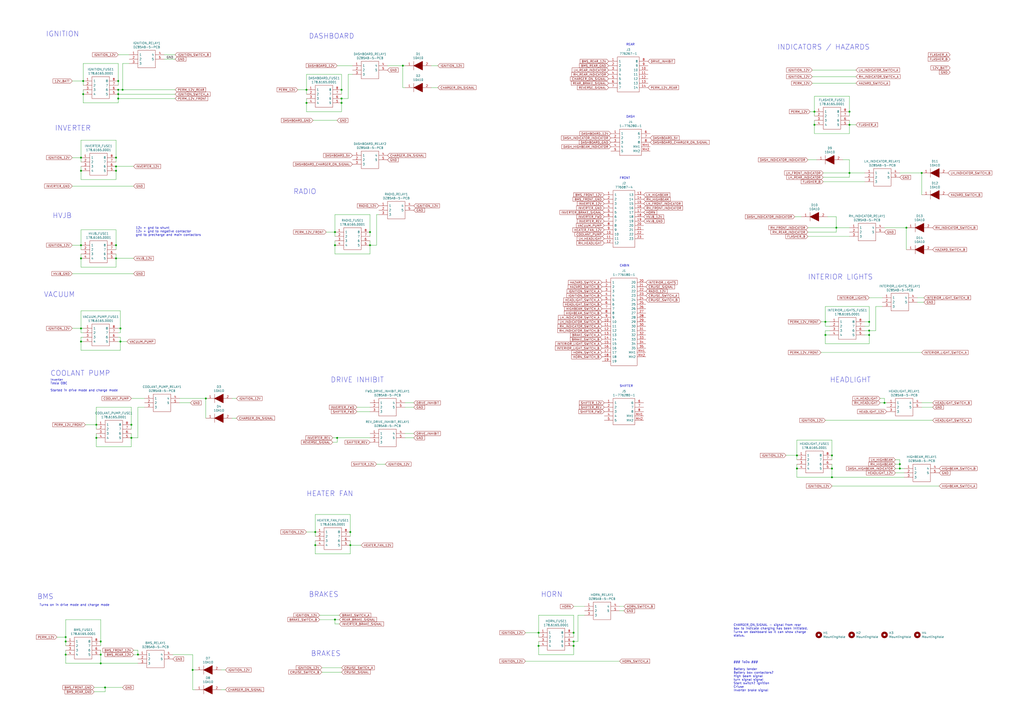
<source format=kicad_sch>
(kicad_sch (version 20211123) (generator eeschema)
  (paper "A2")
  (junction (at 38.1 369.57))
  (junction (at 492.76 64.77))
  (junction (at 214.63 134.62))
  (junction (at 55.88 254))
  (junction (at 525.78 132.08))
  (junction (at 55.88 246.38))
  (junction (at 198.12 59.69))
  (junction (at 504.19 194.31))
  (junction (at 182.88 308.61))
  (junction (at 80.01 379.73))
  (junction (at 312.42 367.03))
  (junction (at 67.31 99.06))
  (junction (at 504.19 186.69))
  (junction (at 198.12 57.15))
  (junction (at 194.31 359.41))
  (junction (at 67.31 91.44))
  (junction (at 203.2 308.61))
  (junction (at 504.19 191.77))
  (junction (at 492.76 100.33))
  (junction (at 69.85 190.5))
  (junction (at 58.42 372.11))
  (junction (at 521.97 269.24))
  (junction (at 46.99 99.06))
  (junction (at 68.58 46.99))
  (junction (at 233.68 38.1))
  (junction (at 177.8 52.07))
  (junction (at 76.2 254))
  (junction (at 312.42 374.65))
  (junction (at 76.2 246.38))
  (junction (at 60.96 398.78))
  (junction (at 462.28 271.78))
  (junction (at 462.28 264.16))
  (junction (at 38.1 372.11))
  (junction (at 472.44 64.77))
  (junction (at 482.6 271.78))
  (junction (at 119.38 231.14))
  (junction (at 513.08 233.68))
  (junction (at 478.79 194.31))
  (junction (at 68.58 54.61))
  (junction (at 534.67 100.33))
  (junction (at 46.99 149.86))
  (junction (at 194.31 134.62))
  (junction (at 48.26 54.61))
  (junction (at 71.12 52.07))
  (junction (at 482.6 276.86))
  (junction (at 194.31 142.24))
  (junction (at 67.31 149.86))
  (junction (at 472.44 72.39))
  (junction (at 46.99 198.12))
  (junction (at 521.97 271.78))
  (junction (at 68.58 52.07))
  (junction (at 482.6 264.16))
  (junction (at 332.74 367.03))
  (junction (at 485.14 132.08))
  (junction (at 58.42 384.81))
  (junction (at 214.63 142.24))
  (junction (at 195.58 254))
  (junction (at 67.31 142.24))
  (junction (at 478.79 186.69))
  (junction (at 203.2 316.23))
  (junction (at 68.58 57.15))
  (junction (at 48.26 46.99))
  (junction (at 38.1 379.73))
  (junction (at 67.31 96.52))
  (junction (at 46.99 91.44))
  (junction (at 111.76 388.62))
  (junction (at 182.88 316.23))
  (junction (at 332.74 374.65))
  (junction (at 46.99 190.5))
  (junction (at 177.8 59.69))
  (junction (at 58.42 379.73))
  (junction (at 46.99 142.24))
  (junction (at 492.76 72.39))
  (junction (at 198.12 52.07))
  (junction (at 69.85 198.12))
  (junction (at 332.74 372.11))
  (wire (pts (xy 359.41 351.79) (xy 361.95 351.79)))
  (wire (pts (xy 504.19 177.8) (xy 504.19 186.69)))
  (wire (pts (xy 478.79 186.69) (xy 478.79 177.8)))
  (wire (pts (xy 181.61 69.85) (xy 195.58 69.85)))
  (wire (pts (xy 482.6 276.86) (xy 482.6 271.78)))
  (wire (pts (xy 189.23 134.62) (xy 194.31 134.62)))
  (wire (pts (xy 46.99 104.14) (xy 46.99 99.06)))
  (wire (pts (xy 462.28 255.27) (xy 482.6 255.27)))
  (wire (pts (xy 504.19 191.77) (xy 508 191.77)))
  (wire (pts (xy 46.99 133.35) (xy 67.31 133.35)))
  (wire (pts (xy 33.02 369.57) (xy 38.1 369.57)))
  (wire (pts (xy 462.28 276.86) (xy 482.6 276.86)))
  (wire (pts (xy 214.63 142.24) (xy 218.44 142.24)))
  (wire (pts (xy 46.99 149.86) (xy 46.99 147.32)))
  (wire (pts (xy 101.6 57.15) (xy 68.58 57.15)))
  (wire (pts (xy 312.42 374.65) (xy 312.42 379.73)))
  (wire (pts (xy 46.99 180.34) (xy 69.85 180.34)))
  (wire (pts (xy 46.99 203.2) (xy 69.85 203.2)))
  (wire (pts (xy 177.8 57.15) (xy 177.8 59.69)))
  (wire (pts (xy 76.2 254) (xy 76.2 251.46)))
  (wire (pts (xy 46.99 99.06) (xy 46.99 96.52)))
  (wire (pts (xy 504.19 189.23) (xy 504.19 186.69)))
  (wire (pts (xy 69.85 190.5) (xy 69.85 193.04)))
  (wire (pts (xy 177.8 64.77) (xy 198.12 64.77)))
  (wire (pts (xy 240.03 251.46) (xy 234.95 251.46)))
  (wire (pts (xy 177.8 59.69) (xy 177.8 64.77)))
  (wire (pts (xy 68.58 49.53) (xy 68.58 46.99)))
  (wire (pts (xy 95.25 31.75) (xy 101.6 31.75)))
  (wire (pts (xy 69.85 203.2) (xy 69.85 198.12)))
  (wire (pts (xy 480.06 125.73) (xy 485.14 125.73)))
  (wire (pts (xy 54.61 401.32) (xy 60.96 401.32)))
  (wire (pts (xy 69.85 193.04) (xy 68.58 193.04)))
  (wire (pts (xy 207.01 236.22) (xy 214.63 236.22)))
  (wire (pts (xy 119.38 231.14) (xy 119.38 242.57)))
  (wire (pts (xy 60.96 398.78) (xy 71.12 398.78)))
  (wire (pts (xy 534.67 236.22) (xy 541.02 236.22)))
  (wire (pts (xy 521.97 271.78) (xy 521.97 269.24)))
  (wire (pts (xy 55.88 248.92) (xy 55.88 246.38)))
  (wire (pts (xy 80.01 236.22) (xy 80.01 254)))
  (wire (pts (xy 224.79 38.1) (xy 233.68 38.1)))
  (wire (pts (xy 46.99 81.28) (xy 46.99 91.44)))
  (wire (pts (xy 182.88 311.15) (xy 182.88 308.61)))
  (wire (pts (xy 468.63 132.08) (xy 485.14 132.08)))
  (wire (pts (xy 332.74 379.73) (xy 332.74 374.65)))
  (wire (pts (xy 177.8 43.18) (xy 198.12 43.18)))
  (wire (pts (xy 471.17 44.45) (xy 496.57 44.45)))
  (wire (pts (xy 172.72 52.07) (xy 177.8 52.07)))
  (wire (pts (xy 68.58 57.15) (xy 68.58 59.69)))
  (wire (pts (xy 38.1 374.65) (xy 38.1 372.11)))
  (wire (pts (xy 214.63 147.32) (xy 214.63 142.24)))
  (wire (pts (xy 48.26 46.99) (xy 48.26 36.83)))
  (wire (pts (xy 71.12 52.07) (xy 71.12 36.83)))
  (wire (pts (xy 472.44 69.85) (xy 472.44 72.39)))
  (wire (pts (xy 492.76 92.71) (xy 488.95 92.71)))
  (wire (pts (xy 482.6 281.94) (xy 544.83 281.94)))
  (wire (pts (xy 38.1 379.73) (xy 38.1 384.81)))
  (wire (pts (xy 219.71 124.46) (xy 218.44 124.46)))
  (wire (pts (xy 218.44 269.24) (xy 223.52 269.24)))
  (wire (pts (xy 240.03 254) (xy 234.95 254)))
  (wire (pts (xy 196.85 361.95) (xy 194.31 361.95)))
  (wire (pts (xy 137.16 231.14) (xy 134.62 231.14)))
  (wire (pts (xy 482.6 264.16) (xy 482.6 266.7)))
  (wire (pts (xy 177.8 52.07) (xy 177.8 43.18)))
  (wire (pts (xy 233.68 38.1) (xy 233.68 50.8)))
  (wire (pts (xy 69.85 190.5) (xy 68.58 190.5)))
  (wire (pts (xy 177.8 308.61) (xy 182.88 308.61)))
  (wire (pts (xy 485.14 125.73) (xy 485.14 132.08)))
  (wire (pts (xy 478.79 191.77) (xy 478.79 194.31)))
  (wire (pts (xy 521.97 266.7) (xy 521.97 269.24)))
  (wire (pts (xy 534.67 100.33) (xy 534.67 113.03)))
  (wire (pts (xy 477.52 102.87) (xy 492.76 102.87)))
  (wire (pts (xy 71.12 36.83) (xy 74.93 36.83)))
  (wire (pts (xy 182.88 321.31) (xy 203.2 321.31)))
  (wire (pts (xy 198.12 64.77) (xy 198.12 59.69)))
  (wire (pts (xy 513.08 233.68) (xy 514.35 233.68)))
  (wire (pts (xy 195.58 254) (xy 214.63 254)))
  (wire (pts (xy 68.58 52.07) (xy 71.12 52.07)))
  (wire (pts (xy 41.91 91.44) (xy 46.99 91.44)))
  (wire (pts (xy 462.28 264.16) (xy 462.28 255.27)))
  (wire (pts (xy 233.68 50.8) (xy 234.95 50.8)))
  (wire (pts (xy 185.42 359.41) (xy 194.31 359.41)))
  (wire (pts (xy 513.08 132.08) (xy 525.78 132.08)))
  (wire (pts (xy 68.58 54.61) (xy 101.6 54.61)))
  (wire (pts (xy 67.31 133.35) (xy 67.31 142.24)))
  (wire (pts (xy 41.91 46.99) (xy 48.26 46.99)))
  (wire (pts (xy 104.14 233.68) (xy 110.49 233.68)))
  (wire (pts (xy 492.76 64.77) (xy 492.76 67.31)))
  (wire (pts (xy 472.44 72.39) (xy 472.44 77.47)))
  (wire (pts (xy 46.99 142.24) (xy 46.99 133.35)))
  (wire (pts (xy 76.2 231.14) (xy 83.82 231.14)))
  (wire (pts (xy 203.2 298.45) (xy 203.2 308.61)))
  (wire (pts (xy 335.28 356.87) (xy 339.09 356.87)))
  (wire (pts (xy 83.82 236.22) (xy 80.01 236.22)))
  (wire (pts (xy 477.52 105.41) (xy 501.65 105.41)))
  (wire (pts (xy 38.1 369.57) (xy 38.1 359.41)))
  (wire (pts (xy 54.61 398.78) (xy 60.96 398.78)))
  (wire (pts (xy 472.44 67.31) (xy 472.44 64.77)))
  (wire (pts (xy 472.44 55.88) (xy 492.76 55.88)))
  (wire (pts (xy 481.33 191.77) (xy 478.79 191.77)))
  (wire (pts (xy 485.14 134.62) (xy 485.14 132.08)))
  (wire (pts (xy 195.58 254) (xy 195.58 256.54)))
  (wire (pts (xy 203.2 316.23) (xy 203.2 313.69)))
  (wire (pts (xy 69.85 180.34) (xy 69.85 190.5)))
  (wire (pts (xy 58.42 359.41) (xy 58.42 372.11)))
  (wire (pts (xy 69.85 195.58) (xy 68.58 195.58)))
  (wire (pts (xy 67.31 142.24) (xy 67.31 144.78)))
  (wire (pts (xy 71.12 52.07) (xy 101.6 52.07)))
  (wire (pts (xy 113.03 400.05) (xy 111.76 400.05)))
  (wire (pts (xy 67.31 99.06) (xy 67.31 104.14)))
  (wire (pts (xy 477.52 100.33) (xy 492.76 100.33)))
  (wire (pts (xy 478.79 199.39) (xy 504.19 199.39)))
  (wire (pts (xy 478.79 189.23) (xy 481.33 189.23)))
  (wire (pts (xy 521.97 100.33) (xy 534.67 100.33)))
  (wire (pts (xy 58.42 384.81) (xy 58.42 379.73)))
  (wire (pts (xy 41.91 107.95) (xy 77.47 107.95)))
  (wire (pts (xy 524.51 274.32) (xy 519.43 274.32)))
  (wire (pts (xy 48.26 198.12) (xy 46.99 198.12)))
  (wire (pts (xy 194.31 134.62) (xy 194.31 124.46)))
  (wire (pts (xy 234.95 236.22) (xy 240.03 236.22)))
  (wire (pts (xy 194.31 137.16) (xy 194.31 134.62)))
  (wire (pts (xy 194.31 142.24) (xy 194.31 147.32)))
  (wire (pts (xy 195.58 254) (xy 193.04 254)))
  (wire (pts (xy 38.1 359.41) (xy 58.42 359.41)))
  (wire (pts (xy 214.63 134.62) (xy 214.63 137.16)))
  (wire (pts (xy 46.99 154.94) (xy 46.99 149.86)))
  (wire (pts (xy 312.42 367.03) (xy 312.42 356.87)))
  (wire (pts (xy 335.28 372.11) (xy 335.28 356.87)))
  (wire (pts (xy 198.12 59.69) (xy 198.12 57.15)))
  (wire (pts (xy 55.88 236.22) (xy 76.2 236.22)))
  (wire (pts (xy 68.58 54.61) (xy 68.58 57.15)))
  (wire (pts (xy 198.12 43.18) (xy 198.12 52.07)))
  (wire (pts (xy 46.99 144.78) (xy 46.99 142.24)))
  (wire (pts (xy 519.43 266.7) (xy 521.97 266.7)))
  (wire (pts (xy 182.88 308.61) (xy 182.88 298.45)))
  (wire (pts (xy 46.99 193.04) (xy 46.99 190.5)))
  (wire (pts (xy 67.31 149.86) (xy 67.31 154.94)))
  (wire (pts (xy 481.33 186.69) (xy 478.79 186.69)))
  (wire (pts (xy 501.65 189.23) (xy 504.19 189.23)))
  (wire (pts (xy 194.31 359.41) (xy 196.85 359.41)))
  (wire (pts (xy 504.19 194.31) (xy 504.19 191.77)))
  (wire (pts (xy 55.88 259.08) (xy 76.2 259.08)))
  (wire (pts (xy 462.28 271.78) (xy 462.28 276.86)))
  (wire (pts (xy 332.74 356.87) (xy 332.74 367.03)))
  (wire (pts (xy 492.76 72.39) (xy 496.57 72.39)))
  (wire (pts (xy 186.69 387.35) (xy 198.12 387.35)))
  (wire (pts (xy 478.79 177.8) (xy 504.19 177.8)))
  (wire (pts (xy 182.88 313.69) (xy 182.88 316.23)))
  (wire (pts (xy 469.9 64.77) (xy 472.44 64.77)))
  (wire (pts (xy 68.58 36.83) (xy 68.58 46.99)))
  (wire (pts (xy 67.31 154.94) (xy 46.99 154.94)))
  (wire (pts (xy 332.74 372.11) (xy 335.28 372.11)))
  (wire (pts (xy 492.76 77.47) (xy 492.76 72.39)))
  (wire (pts (xy 476.25 204.47) (xy 534.67 204.47)))
  (wire (pts (xy 48.26 190.5) (xy 46.99 190.5)))
  (wire (pts (xy 67.31 104.14) (xy 46.99 104.14)))
  (wire (pts (xy 508 191.77) (xy 508 177.8)))
  (wire (pts (xy 462.28 264.16) (xy 462.28 266.7)))
  (wire (pts (xy 203.2 316.23) (xy 209.55 316.23)))
  (wire (pts (xy 201.93 43.18) (xy 204.47 43.18)))
  (wire (pts (xy 478.79 243.84) (xy 541.02 243.84)))
  (wire (pts (xy 73.66 198.12) (xy 69.85 198.12)))
  (wire (pts (xy 80.01 377.19) (xy 80.01 379.73)))
  (wire (pts (xy 68.58 31.75) (xy 74.93 31.75)))
  (wire (pts (xy 472.44 64.77) (xy 472.44 55.88)))
  (wire (pts (xy 312.42 356.87) (xy 332.74 356.87)))
  (wire (pts (xy 468.63 134.62) (xy 485.14 134.62)))
  (wire (pts (xy 95.25 34.29) (xy 101.6 34.29)))
  (wire (pts (xy 46.99 198.12) (xy 46.99 203.2)))
  (wire (pts (xy 304.8 367.03) (xy 312.42 367.03)))
  (wire (pts (xy 182.88 316.23) (xy 182.88 321.31)))
  (wire (pts (xy 46.99 195.58) (xy 46.99 198.12)))
  (wire (pts (xy 182.88 298.45) (xy 203.2 298.45)))
  (wire (pts (xy 195.58 256.54) (xy 193.04 256.54)))
  (wire (pts (xy 504.19 191.77) (xy 501.65 191.77)))
  (wire (pts (xy 207.01 238.76) (xy 214.63 238.76)))
  (wire (pts (xy 472.44 77.47) (xy 492.76 77.47)))
  (wire (pts (xy 504.19 172.72) (xy 511.81 172.72)))
  (wire (pts (xy 521.97 269.24) (xy 519.43 269.24)))
  (wire (pts (xy 203.2 321.31) (xy 203.2 316.23)))
  (wire (pts (xy 186.69 389.89) (xy 198.12 389.89)))
  (wire (pts (xy 113.03 388.62) (xy 111.76 388.62)))
  (wire (pts (xy 55.88 246.38) (xy 55.88 236.22)))
  (wire (pts (xy 58.42 379.73) (xy 58.42 377.19)))
  (wire (pts (xy 67.31 96.52) (xy 67.31 99.06)))
  (wire (pts (xy 492.76 102.87) (xy 492.76 100.33)))
  (wire (pts (xy 67.31 96.52) (xy 77.47 96.52)))
  (wire (pts (xy 513.08 231.14) (xy 513.08 233.68)))
  (wire (pts (xy 471.17 40.64) (xy 496.57 40.64)))
  (wire (pts (xy 250.19 50.8) (xy 254 50.8)))
  (wire (pts (xy 68.58 198.12) (xy 69.85 198.12)))
  (wire (pts (xy 461.01 125.73) (xy 464.82 125.73)))
  (wire (pts (xy 41.91 142.24) (xy 46.99 142.24)))
  (wire (pts (xy 525.78 144.78) (xy 525.78 132.08)))
  (wire (pts (xy 38.1 384.81) (xy 58.42 384.81)))
  (wire (pts (xy 504.19 186.69) (xy 501.65 186.69)))
  (wire (pts (xy 38.1 369.57) (xy 38.1 372.11)))
  (wire (pts (xy 48.26 49.53) (xy 48.26 46.99)))
  (wire (pts (xy 476.25 186.69) (xy 478.79 186.69)))
  (wire (pts (xy 76.2 254) (xy 80.01 254)))
  (wire (pts (xy 521.97 271.78) (xy 519.43 271.78)))
  (wire (pts (xy 46.99 81.28) (xy 67.31 81.28)))
  (wire (pts (xy 41.91 158.75) (xy 77.47 158.75)))
  (wire (pts (xy 508 177.8) (xy 511.81 177.8)))
  (wire (pts (xy 332.74 351.79) (xy 339.09 351.79)))
  (wire (pts (xy 312.42 372.11) (xy 312.42 374.65)))
  (wire (pts (xy 194.31 124.46) (xy 214.63 124.46)))
  (wire (pts (xy 304.8 383.54) (xy 359.41 383.54)))
  (wire (pts (xy 76.2 246.38) (xy 76.2 248.92)))
  (wire (pts (xy 48.26 36.83) (xy 68.58 36.83)))
  (wire (pts (xy 130.81 388.62) (xy 128.27 388.62)))
  (wire (pts (xy 130.81 400.05) (xy 128.27 400.05)))
  (wire (pts (xy 510.54 231.14) (xy 513.08 231.14)))
  (wire (pts (xy 455.93 264.16) (xy 462.28 264.16)))
  (wire (pts (xy 49.53 246.38) (xy 55.88 246.38)))
  (wire (pts (xy 468.63 137.16) (xy 492.76 137.16)))
  (wire (pts (xy 177.8 54.61) (xy 177.8 52.07)))
  (wire (pts (xy 233.68 38.1) (xy 234.95 38.1)))
  (wire (pts (xy 234.95 233.68) (xy 240.03 233.68)))
  (wire (pts (xy 198.12 57.15) (xy 201.93 57.15)))
  (wire (pts (xy 462.28 269.24) (xy 462.28 271.78)))
  (wire (pts (xy 471.17 48.26) (xy 496.57 48.26)))
  (wire (pts (xy 524.51 271.78) (xy 521.97 271.78)))
  (wire (pts (xy 534.67 233.68) (xy 541.02 233.68)))
  (wire (pts (xy 504.19 199.39) (xy 504.19 194.31)))
  (wire (pts (xy 482.6 269.24) (xy 482.6 271.78)))
  (wire (pts (xy 468.63 92.71) (xy 473.71 92.71)))
  (wire (pts (xy 60.96 401.32) (xy 60.96 398.78)))
  (wire (pts (xy 77.47 377.19) (xy 80.01 377.19)))
  (wire (pts (xy 492.76 100.33) (xy 501.65 100.33)))
  (wire (pts (xy 67.31 81.28) (xy 67.31 91.44)))
  (wire (pts (xy 201.93 57.15) (xy 201.93 43.18)))
  (wire (pts (xy 214.63 142.24) (xy 214.63 139.7)))
  (wire (pts (xy 478.79 186.69) (xy 478.79 189.23)))
  (wire (pts (xy 67.31 91.44) (xy 67.31 93.98)))
  (wire (pts (xy 482.6 255.27) (xy 482.6 264.16)))
  (wire (pts (xy 532.13 175.26) (xy 535.94 175.26)))
  (wire (pts (xy 48.26 54.61) (xy 48.26 52.07)))
  (wire (pts (xy 67.31 147.32) (xy 67.31 149.86)))
  (wire (pts (xy 76.2 236.22) (xy 76.2 246.38)))
  (wire (pts (xy 46.99 190.5) (xy 46.99 180.34)))
  (wire (pts (xy 111.76 400.05) (xy 111.76 388.62)))
  (wire (pts (xy 195.58 38.1) (xy 204.47 38.1)))
  (wire (pts (xy 312.42 379.73) (xy 332.74 379.73)))
  (wire (pts (xy 532.13 172.72) (xy 535.94 172.72)))
  (wire (pts (xy 48.26 59.69) (xy 48.26 54.61)))
  (wire (pts (xy 492.76 92.71) (xy 492.76 100.33)))
  (wire (pts (xy 100.33 379.73) (xy 111.76 379.73)))
  (wire (pts (xy 55.88 251.46) (xy 55.88 254)))
  (wire (pts (xy 492.76 55.88) (xy 492.76 64.77)))
  (wire (pts (xy 77.47 379.73) (xy 80.01 379.73)))
  (wire (pts (xy 46.99 93.98) (xy 46.99 91.44)))
  (wire (pts (xy 58.42 374.65) (xy 58.42 372.11)))
  (wire (pts (xy 485.14 132.08) (xy 492.76 132.08)))
  (wire (pts (xy 68.58 54.61) (xy 68.58 52.07)))
  (wire (pts (xy 41.91 190.5) (xy 46.99 190.5)))
  (wire (pts (xy 254 38.1) (xy 250.19 38.1)))
  (wire (pts (xy 312.42 369.57) (xy 312.42 367.03)))
  (wire (pts (xy 119.38 231.14) (xy 104.14 231.14)))
  (wire (pts (xy 76.2 259.08) (xy 76.2 254)))
  (wire (pts (xy 58.42 384.81) (xy 80.01 384.81)))
  (wire (pts (xy 478.79 194.31) (xy 478.79 199.39)))
  (wire (pts (xy 501.65 194.31) (xy 504.19 194.31)))
  (wire (pts (xy 69.85 198.12) (xy 69.85 195.58)))
  (wire (pts (xy 48.26 195.58) (xy 46.99 195.58)))
  (wire (pts (xy 185.42 356.87) (xy 196.85 356.87)))
  (wire (pts (xy 481.33 194.31) (xy 478.79 194.31)))
  (wire (pts (xy 48.26 193.04) (xy 46.99 193.04)))
  (wire (pts (xy 524.51 276.86) (xy 482.6 276.86)))
  (wire (pts (xy 55.88 254) (xy 55.88 259.08)))
  (wire (pts (xy 359.41 354.33) (xy 361.95 354.33)))
  (wire (pts (xy 214.63 124.46) (xy 214.63 134.62)))
  (wire (pts (xy 492.76 72.39) (xy 492.76 69.85)))
  (wire (pts (xy 111.76 388.62) (xy 111.76 379.73)))
  (wire (pts (xy 38.1 377.19) (xy 38.1 379.73)))
  (wire (pts (xy 67.31 149.86) (xy 77.47 149.86)))
  (wire (pts (xy 198.12 52.07) (xy 198.12 54.61)))
  (wire (pts (xy 332.74 369.57) (xy 332.74 367.03)))
  (wire (pts (xy 194.31 139.7) (xy 194.31 142.24)))
  (wire (pts (xy 194.31 147.32) (xy 214.63 147.32)))
  (wire (pts (xy 194.31 361.95) (xy 194.31 359.41)))
  (wire (pts (xy 203.2 308.61) (xy 203.2 311.15)))
  (wire (pts (xy 332.74 374.65) (xy 332.74 372.11)))
  (wire (pts (xy 510.54 233.68) (xy 513.08 233.68)))
  (wire (pts (xy 137.16 242.57) (xy 134.62 242.57)))
  (wire (pts (xy 68.58 59.69) (xy 48.26 59.69)))
  (wire (pts (xy 218.44 124.46) (xy 218.44 142.24)))
  (text "IGNITION" (at 26.67 21.59 0) (effects (font (size 2.9972 2.9972)) (justify left bottom)))
  (text "DASHBOARD" (at 179.07 22.86 0) (effects (font (size 2.9972 2.9972)) (justify left bottom)))
  (text "### ToDo ###\n\nBattery tender\nBattery box contactors?\nHigh beam signal\nturn signal signal\nStart switch? ignition\nCriuse\nInverter brake signal\n" (at 425.45 401.32 0) (effects (font (size 1.27 1.27)) (justify left bottom)))
  (text "Inverter\nTesla OBC\n\nStarted in drive mode and charge mode" (at 29.21 227.33 0) (effects (font (size 1.27 1.27)) (justify left bottom)))
  (text "12v + gnd to shunt\n12v + gnd to negative contactor\ngnd to precharge and main contactors" (at 78.74 137.16 0) (effects (font (size 1.27 1.27)) (justify left bottom)))
  (text "SHIFTER" (at 359.41 224.79 0) (effects (font (size 1.27 1.27)) (justify left bottom)))
  (text "HORN" (at 313.69 346.71 0) (effects (font (size 2.9972 2.9972)) (justify left bottom)))
  (text "FRONT" (at 359.41 104.14 0) (effects (font (size 1.27 1.27)) (justify left bottom)))
  (text "RADIO" (at 170.18 113.03 0) (effects (font (size 2.9972 2.9972)) (justify left bottom)))
  (text "BRAKES" (at 180.34 381 0) (effects (font (size 2.9972 2.9972)) (justify left bottom)))
  (text "HEADLIGHT" (at 481.33 222.25 0) (effects (font (size 2.9972 2.9972)) (justify left bottom)))
  (text "HVJB" (at 30.48 127 0) (effects (font (size 2.9972 2.9972)) (justify left bottom)))
  (text "INTERIOR LIGHTS" (at 468.63 162.56 0) (effects (font (size 2.9972 2.9972)) (justify left bottom)))
  (text "VACUUM" (at 25.4 172.72 0) (effects (font (size 2.9972 2.9972)) (justify left bottom)))
  (text "INDICATORS / HAZARDS" (at 450.85 29.21 0) (effects (font (size 2.9972 2.9972)) (justify left bottom)))
  (text "INVERTER" (at 31.75 76.2 0) (effects (font (size 2.9972 2.9972)) (justify left bottom)))
  (text "BMS" (at 21.59 347.98 0) (effects (font (size 2.9972 2.9972)) (justify left bottom)))
  (text "CHARGER_ON_SIGNAL - signal from rear\nbox to indicate charging has been initiated.\nTurns on dashboard so it can show charge\nstatus." (at 425.45 369.57 0) (effects (font (size 1.27 1.27)) (justify left bottom)))
  (text "COOLANT PUMP" (at 29.21 218.44 0) (effects (font (size 2.9972 2.9972)) (justify left bottom)))
  (text "HEATER FAN" (at 177.8 288.29 0) (effects (font (size 2.9972 2.9972)) (justify left bottom)))
  (text "REAR\n" (at 363.22 26.67 0) (effects (font (size 1.27 1.27)) (justify left bottom)))
  (text "DRIVE INHIBIT" (at 191.77 222.25 0) (effects (font (size 2.9972 2.9972)) (justify left bottom)))
  (text "DASH" (at 363.22 68.58 0) (effects (font (size 1.27 1.27)) (justify left bottom)))
  (text "BRAKES" (at 179.07 346.71 0) (effects (font (size 2.9972 2.9972)) (justify left bottom)))
  (text "Turns on in drive mode and charge mode" (at 22.86 351.79 0) (effects (font (size 1.27 1.27)) (justify left bottom)))
  (text "CABIN" (at 359.41 154.94 0) (effects (font (size 1.27 1.27)) (justify left bottom)))
  (label "GND" (at 96.52 34.29 0))
  (global_label "HVJB_12V" (shape input) (at 373.38 125.73 0) (property "Intersheet References" "${INTERSHEET_REFS}" (effects hide)))
  (global_label "SHIFTER_12V" (shape input) (at 350.52 233.68 180) (property "Intersheet References" "${INTERSHEET_REFS}" (effects hide)))
  (global_label "COOLANT_PUMP" (shape input) (at 76.2 231.14 180) (property "Intersheet References" "${INTERSHEET_REFS}" (effects hide)))
  (global_label "IGNITION_12V" (shape input) (at 304.8 367.03 180) (property "Intersheet References" "${INTERSHEET_REFS}" (effects hide)))
  (global_label "SHIFTER_REV" (shape input) (at 214.63 256.54 180) (property "Intersheet References" "${INTERSHEET_REFS}" (effects hide)))
  (global_label "BMS_REAR_GND" (shape input) (at 54.61 401.32 180) (property "Intersheet References" "${INTERSHEET_REFS}" (effects hide)))
  (global_label "IGNITION_12V" (shape input) (at 185.42 356.87 180) (property "Intersheet References" "${INTERSHEET_REFS}" (effects hide)))
  (global_label "DASHBOARD_5V" (shape input) (at 204.47 90.17 180) (property "Intersheet References" "${INTERSHEET_REFS}" (effects hide)))
  (global_label "DASHBOARD_CHARGER_ON_SIGNAL" (shape input) (at 377.19 82.55 0) (property "Intersheet References" "${INTERSHEET_REFS}" (effects hide)))
  (global_label "HAZARD_SWITCH_B" (shape input) (at 549.91 113.03 0) (property "Intersheet References" "${INTERSHEET_REFS}" (effects hide)))
  (global_label "GND" (shape input) (at 535.94 175.26 0) (property "Intersheet References" "${INTERSHEET_REFS}" (effects hide)))
  (global_label "CHARGER_ON_SIGNAL" (shape input) (at 137.16 242.57 0) (property "Intersheet References" "${INTERSHEET_REFS}" (effects hide)))
  (global_label "INTERIOR_LIGHTS" (shape input) (at 504.19 172.72 180) (property "Intersheet References" "${INTERSHEET_REFS}" (effects hide)))
  (global_label "DASHBOARD_12V" (shape input) (at 354.33 77.47 180) (property "Intersheet References" "${INTERSHEET_REFS}" (effects hide)))
  (global_label "PERM_12V_REAR" (shape input) (at 101.6 52.07 0) (property "Intersheet References" "${INTERSHEET_REFS}" (effects hide)))
  (global_label "LH_HIGHBEAM" (shape input) (at 373.38 113.03 0) (property "Intersheet References" "${INTERSHEET_REFS}" (effects hide)))
  (global_label "IGNITION_12V" (shape input) (at 478.79 243.84 180) (property "Intersheet References" "${INTERSHEET_REFS}" (effects hide)))
  (global_label "IGNITION_12V" (shape input) (at 137.16 231.14 0) (property "Intersheet References" "${INTERSHEET_REFS}" (effects hide)))
  (global_label "GND" (shape input) (at 77.47 107.95 0) (property "Intersheet References" "${INTERSHEET_REFS}" (effects hide)))
  (global_label "LH_INDICATOR_SWITCH_A" (shape input) (at 349.25 184.15 180) (property "Intersheet References" "${INTERSHEET_REFS}" (effects hide)))
  (global_label "IGNITION_12V" (shape input) (at 68.58 31.75 180) (property "Intersheet References" "${INTERSHEET_REFS}" (effects hide)))
  (global_label "HEADLIGHT_SWITCH_B" (shape input) (at 541.02 233.68 0) (property "Intersheet References" "${INTERSHEET_REFS}" (effects hide)))
  (global_label "RH_INDICATOR_SWITCH_B" (shape input) (at 541.02 132.08 0) (property "Intersheet References" "${INTERSHEET_REFS}" (effects hide)))
  (global_label "HAZARD_SWITCH_A" (shape input) (at 496.57 48.26 0) (property "Intersheet References" "${INTERSHEET_REFS}" (effects hide)))
  (global_label "GND" (shape input) (at 544.83 274.32 0) (property "Intersheet References" "${INTERSHEET_REFS}" (effects hide)))
  (global_label "SHIFTER_FWD" (shape input) (at 207.01 238.76 180) (property "Intersheet References" "${INTERSHEET_REFS}" (effects hide)))
  (global_label "PERM_12V" (shape input) (at 471.17 48.26 180) (property "Intersheet References" "${INTERSHEET_REFS}" (effects hide)))
  (global_label "GND" (shape input) (at 240.03 254 0) (property "Intersheet References" "${INTERSHEET_REFS}" (effects hide)))
  (global_label "HIGHBEAM_SWITCH_B" (shape input) (at 544.83 271.78 0) (property "Intersheet References" "${INTERSHEET_REFS}" (effects hide)))
  (global_label "IGNITION_SWITCH_B" (shape input) (at 349.25 171.45 180) (property "Intersheet References" "${INTERSHEET_REFS}" (effects hide)))
  (global_label "IGNITION_12V" (shape input) (at 471.17 44.45 180) (property "Intersheet References" "${INTERSHEET_REFS}" (effects hide)))
  (global_label "CRUISE_SWITCH_A" (shape input) (at 198.12 387.35 0) (property "Intersheet References" "${INTERSHEET_REFS}" (effects hide)))
  (global_label "GND" (shape input) (at 240.03 236.22 0) (property "Intersheet References" "${INTERSHEET_REFS}" (effects hide)))
  (global_label "IGNITION_12V" (shape input) (at 186.69 387.35 180) (property "Intersheet References" "${INTERSHEET_REFS}" (effects hide)))
  (global_label "GND" (shape input) (at 361.95 354.33 0) (property "Intersheet References" "${INTERSHEET_REFS}" (effects hide)))
  (global_label "FLASHER_B" (shape input) (at 477.52 105.41 180) (property "Intersheet References" "${INTERSHEET_REFS}" (effects hide)))
  (global_label "HAZARD_SWITCH_A" (shape input) (at 349.25 163.83 180) (property "Intersheet References" "${INTERSHEET_REFS}" (effects hide)))
  (global_label "INVERTER_BRAKE_SIGNAL" (shape input) (at 196.85 361.95 0) (property "Intersheet References" "${INTERSHEET_REFS}" (effects hide)))
  (global_label "CHARGER_ON_SIGNAL" (shape input) (at 254 50.8 0) (property "Intersheet References" "${INTERSHEET_REFS}" (effects hide)))
  (global_label "IGNITION_12V" (shape input) (at 41.91 190.5 180) (property "Intersheet References" "${INTERSHEET_REFS}" (effects hide)))
  (global_label "BMS_FRONT_GND" (shape input) (at 350.52 115.57 180) (property "Intersheet References" "${INTERSHEET_REFS}" (effects hide)))
  (global_label "PERM_12V_FRONT" (shape input) (at 189.23 134.62 180) (property "Intersheet References" "${INTERSHEET_REFS}" (effects hide)))
  (global_label "INTERIOR_LIGHT_SWITCH_A" (shape input) (at 349.25 199.39 180) (property "Intersheet References" "${INTERSHEET_REFS}" (effects hide)))
  (global_label "INTERIOR_LIGHTS" (shape input) (at 374.65 163.83 0) (property "Intersheet References" "${INTERSHEET_REFS}" (effects hide)))
  (global_label "LH_INDICATOR_SWITCH_B" (shape input) (at 549.91 100.33 0) (property "Intersheet References" "${INTERSHEET_REFS}" (effects hide)))
  (global_label "REVERSE_SIGNAL" (shape input) (at 353.06 50.8 180) (property "Intersheet References" "${INTERSHEET_REFS}" (effects hide)))
  (global_label "IGNITION_12V" (shape input) (at 304.8 383.54 180) (property "Intersheet References" "${INTERSHEET_REFS}" (effects hide)))
  (global_label "HEATER_FAN_12V" (shape input) (at 209.55 316.23 0) (property "Intersheet References" "${INTERSHEET_REFS}" (effects hide)))
  (global_label "INVERTER_GND" (shape input) (at 41.91 107.95 180) (property "Intersheet References" "${INTERSHEET_REFS}" (effects hide)))
  (global_label "HVJB_12V" (shape input) (at 77.47 149.86 0) (property "Intersheet References" "${INTERSHEET_REFS}" (effects hide)))
  (global_label "INVERTER_FWD" (shape input) (at 350.52 125.73 180) (property "Intersheet References" "${INTERSHEET_REFS}" (effects hide)))
  (global_label "VACUUM_PUMP" (shape input) (at 73.66 198.12 0) (property "Intersheet References" "${INTERSHEET_REFS}" (effects hide)))
  (global_label "GND" (shape input) (at 551.18 41.91 180) (property "Intersheet References" "${INTERSHEET_REFS}" (effects hide)))
  (global_label "IGNITION_12V" (shape input) (at 130.81 388.62 0) (property "Intersheet References" "${INTERSHEET_REFS}" (effects hide)))
  (global_label "BRAKE_SWITCH_B" (shape input) (at 185.42 359.41 180) (property "Intersheet References" "${INTERSHEET_REFS}" (effects hide)))
  (global_label "GND" (shape input) (at 521.97 102.87 0) (property "Intersheet References" "${INTERSHEET_REFS}" (effects hide)))
  (global_label "HORN_SWITCH_A" (shape input) (at 349.25 204.47 180) (property "Intersheet References" "${INTERSHEET_REFS}" (effects hide)))
  (global_label "GND" (shape input) (at 71.12 398.78 0) (property "Intersheet References" "${INTERSHEET_REFS}" (effects hide)))
  (global_label "HEADLIGHT_SWITCH_B" (shape input) (at 349.25 176.53 180) (property "Intersheet References" "${INTERSHEET_REFS}" (effects hide)))
  (global_label "HIGHBEAM_SWITCH_A" (shape input) (at 349.25 179.07 180) (property "Intersheet References" "${INTERSHEET_REFS}" (effects hide)))
  (global_label "INVERTER_12V" (shape input) (at 350.52 118.11 180) (property "Intersheet References" "${INTERSHEET_REFS}" (effects hide)))
  (global_label "12V_BATT" (shape input) (at 551.18 39.37 180) (property "Intersheet References" "${INTERSHEET_REFS}" (effects hide)))
  (global_label "COOLANT_PUMP" (shape input) (at 350.52 135.89 180) (property "Intersheet References" "${INTERSHEET_REFS}" (effects hide)))
  (global_label "RADIO_12V" (shape input) (at 219.71 119.38 180) (property "Intersheet References" "${INTERSHEET_REFS}" (effects hide)))
  (global_label "LH_FRONT_INDICATOR" (shape input) (at 477.52 100.33 180) (property "Intersheet References" "${INTERSHEET_REFS}" (effects hide)))
  (global_label "HEADLIGHT_12V" (shape input) (at 514.35 238.76 180) (property "Intersheet References" "${INTERSHEET_REFS}" (effects hide)))
  (global_label "CHARGER_ON_SIGNAL" (shape input) (at 130.81 400.05 0) (property "Intersheet References" "${INTERSHEET_REFS}" (effects hide)))
  (global_label "HIGHBEAM_SWITCH_B" (shape input) (at 349.25 181.61 180) (property "Intersheet References" "${INTERSHEET_REFS}" (effects hide)))
  (global_label "CRUISE_SWITCH_B" (shape input) (at 186.69 389.89 180) (property "Intersheet References" "${INTERSHEET_REFS}" (effects hide)))
  (global_label "PERM_12V" (shape input) (at 172.72 52.07 180) (property "Intersheet References" "${INTERSHEET_REFS}" (effects hide)))
  (global_label "SHIFTER_REV" (shape input) (at 350.52 236.22 180) (property "Intersheet References" "${INTERSHEET_REFS}" (effects hide)))
  (global_label "GND" (shape input) (at 101.6 34.29 0) (property "Intersheet References" "${INTERSHEET_REFS}" (effects hide)))
  (global_label "RH_REAR_INDICATOR" (shape input) (at 353.06 43.18 180) (property "Intersheet References" "${INTERSHEET_REFS}" (effects hide)))
  (global_label "HORN" (shape input) (at 332.74 351.79 180) (property "Intersheet References" "${INTERSHEET_REFS}" (effects hide)))
  (global_label "LH_INDICATOR_SWITCH_A" (shape input) (at 496.57 40.64 0) (property "Intersheet References" "${INTERSHEET_REFS}" (effects hide)))
  (global_label "12V_BATT" (shape input) (at 41.91 46.99 180) (property "Intersheet References" "${INTERSHEET_REFS}" (effects hide)))
  (global_label "RH_HEADLIGHT" (shape input) (at 510.54 233.68 180) (property "Intersheet References" "${INTERSHEET_REFS}" (effects hide)))
  (global_label "DASHBOARD_GND" (shape input) (at 181.61 69.85 180) (property "Intersheet References" "${INTERSHEET_REFS}" (effects hide)))
  (global_label "RH_INDICATOR_SWITCH_B" (shape input) (at 349.25 191.77 180) (property "Intersheet References" "${INTERSHEET_REFS}" (effects hide)))
  (global_label "GND" (shape input) (at 195.58 69.85 0) (property "Intersheet References" "${INTERSHEET_REFS}" (effects hide)))
  (global_label "DASH_INDICATOR_INDICATOR" (shape input) (at 461.01 125.73 180) (property "Intersheet References" "${INTERSHEET_REFS}" (effects hide)))
  (global_label "BMS_REAR_12V" (shape input) (at 353.06 35.56 180) (property "Intersheet References" "${INTERSHEET_REFS}" (effects hide)))
  (global_label "BMS_FRONT_12V" (shape input) (at 350.52 113.03 180) (property "Intersheet References" "${INTERSHEET_REFS}" (effects hide)))
  (global_label "HEATER_FAN_12V" (shape input) (at 350.52 133.35 180) (property "Intersheet References" "${INTERSHEET_REFS}" (effects hide)))
  (global_label "INVERTER_REV" (shape input) (at 193.04 254 180) (property "Intersheet References" "${INTERSHEET_REFS}" (effects hide)))
  (global_label "IGNITION_12V" (shape input) (at 41.91 142.24 180) (property "Intersheet References" "${INTERSHEET_REFS}" (effects hide)))
  (global_label "RH_REAR_INDICATOR" (shape input) (at 468.63 134.62 180) (property "Intersheet References" "${INTERSHEET_REFS}" (effects hide)))
  (global_label "IGNITION_12V" (shape input) (at 471.17 40.64 180) (property "Intersheet References" "${INTERSHEET_REFS}" (effects hide)))
  (global_label "LH_HEADLIGHT" (shape input) (at 350.52 138.43 180) (property "Intersheet References" "${INTERSHEET_REFS}" (effects hide)))
  (global_label "BMS_FRONT_GND" (shape input) (at 54.61 398.78 180) (property "Intersheet References" "${INTERSHEET_REFS}" (effects hide)))
  (global_label "CRUISE_SWITCH_A" (shape input) (at 374.65 171.45 0) (property "Intersheet References" "${INTERSHEET_REFS}" (effects hide)))
  (global_label "FLASHER_A" (shape input) (at 551.18 31.75 180) (property "Intersheet References" "${INTERSHEET_REFS}" (effects hide)))
  (global_label "GND" (shape input) (at 541.02 236.22 0) (property "Intersheet References" "${INTERSHEET_REFS}" (effects hide)))
  (global_label "INTERIOR_LIGHT_SWITCH_B" (shape input) (at 349.25 201.93 180) (property "Intersheet References" "${INTERSHEET_REFS}" (effects hide)))
  (global_label "BMS_REAR_12V" (shape input) (at 77.47 379.73 180) (property "Intersheet References" "${INTERSHEET_REFS}" (effects hide)))
  (global_label "IGNITION_12V" (shape input) (at 177.8 308.61 180) (property "Intersheet References" "${INTERSHEET_REFS}" (effects hide)))
  (global_label "CRUISE_SWITCH_B" (shape input) (at 374.65 173.99 0) (property "Intersheet References" "${INTERSHEET_REFS}" (effects hide)))
  (global_label "RH_INDICATOR_SWITCH_A" (shape input) (at 349.25 189.23 180) (property "Intersheet References" "${INTERSHEET_REFS}" (effects hide)))
  (global_label "HAZARD_SWITCH_B" (shape input) (at 541.02 144.78 0) (property "Intersheet References" "${INTERSHEET_REFS}" (effects hide)))
  (global_label "BMS_REAR_GND" (shape input) (at 353.06 38.1 180) (property "Intersheet References" "${INTERSHEET_REFS}" (effects hide)))
  (global_label "HVJB_GND" (shape input) (at 41.91 158.75 180) (property "Intersheet References" "${INTERSHEET_REFS}" (effects hide)))
  (global_label "FLASHER_A" (shape input) (at 496.57 72.39 0) (property "Intersheet References" "${INTERSHEET_REFS}" (effects hide)))
  (global_label "DASH_INDICATOR_INDICATOR" (shape input) (at 354.33 80.01 180) (property "Intersheet References" "${INTERSHEET_REFS}" (effects hide)))
  (global_label "REAR_BRAKE_SIGNAL" (shape input) (at 353.06 48.26 180) (property "Intersheet References" "${INTERSHEET_REFS}" (effects hide)))
  (global_label "IGNITION_12V" (shape input) (at 455.93 264.16 180) (property "Intersheet References" "${INTERSHEET_REFS}" (effects hide)))
  (global_label "LH_FRONT_INDICATOR" (shape input) (at 373.38 118.11 0) (property "Intersheet References" "${INTERSHEET_REFS}" (effects hide)))
  (global_label "DASHBOARD_5V" (shape input) (at 377.19 80.01 0) (property "Intersheet References" "${INTERSHEET_REFS}" (effects hide)))
  (global_label "PERM_12V" (shape input) (at 33.02 369.57 180) (property "Intersheet References" "${INTERSHEET_REFS}" (effects hide)))
  (global_label "IGNITION_SWITCH_A" (shape input) (at 349.25 168.91 180) (property "Intersheet References" "${INTERSHEET_REFS}" (effects hide)))
  (global_label "GND" (shape input) (at 110.49 233.68 0) (property "Intersheet References" "${INTERSHEET_REFS}" (effects hide)))
  (global_label "DASHBOARD_CHARGER_ON_SIGNAL" (shape input) (at 204.47 95.25 180) (property "Intersheet References" "${INTERSHEET_REFS}" (effects hide)))
  (global_label "LH_HEADLIGHT" (shape input) (at 510.54 231.14 180) (property "Intersheet References" "${INTERSHEET_REFS}" (effects hide)))
  (global_label "DASH_HIGHBEAM_INDICATOR" (shape input) (at 354.33 85.09 180) (property "Intersheet References" "${INTERSHEET_REFS}" (effects hide)))
  (global_label "RADIO_12V" (shape input) (at 374.65 168.91 0) (property "Intersheet References" "${INTERSHEET_REFS}" (effects hide)))
  (global_label "GND" (shape input) (at 513.08 134.62 0) (property "Intersheet References" "${INTERSHEET_REFS}" (effects hide)))
  (global_label "HEADLIGHT_SWITCH_A" (shape input) (at 349.25 173.99 180) (property "Intersheet References" "${INTERSHEET_REFS}" (effects hide)))
  (global_label "IGNITION_12V" (shape input) (at 482.6 281.94 180) (property "Intersheet References" "${INTERSHEET_REFS}" (effects hide)))
  (global_label "HORN_SWITCH_B" (shape input) (at 349.25 207.01 180) (property "Intersheet References" "${INTERSHEET_REFS}" (effects hide)))
  (global_label "LH_HIGHBEAM" (shape input) (at 519.43 266.7 180) (property "Intersheet References" "${INTERSHEET_REFS}" (effects hide)))
  (global_label "CHARGER_ON_SIGNAL" (shape input) (at 224.79 90.17 0) (property "Intersheet References" "${INTERSHEET_REFS}" (effects hide)))
  (global_label "INTERIOR_LIGHT_SWITCH_A" (shape input) (at 534.67 204.47 0) (property "Intersheet References" "${INTERSHEET_REFS}" (effects hide)))
  (global_label "BRAKE_SWITCH_A" (shape input) (at 196.85 356.87 0) (property "Intersheet References" "${INTERSHEET_REFS}" (effects hide)))
  (global_label "FLASHER_B" (shape input) (at 468.63 137.16 180) (property "Intersheet References" "${INTERSHEET_REFS}" (effects hide)))
  (global_label "IGNITION_12V" (shape input) (at 254 38.1 0) (property "Intersheet References" "${INTERSHEET_REFS}" (effects hide)))
  (global_label "PERM_12V" (shape input) (at 469.9 64.77 180) (property "Intersheet References" "${INTERSHEET_REFS}" (effects hide)))
  (global_label "GND" (shape input) (at 240.03 121.92 0) (property "Intersheet References" "${INTERSHEET_REFS}" (effects hide)))
  (global_label "LH_REAR_INDICATOR" (shape input) (at 477.52 102.87 180) (property "Intersheet References" "${INTERSHEET_REFS}" (effects hide)))
  (global_label "RH_FRONT_INDICATOR" (shape input) (at 468.63 132.08 180) (property "Intersheet References" "${INTERSHEET_REFS}" (effects hide)))
  (global_label "IGNITION_12V" (shape input) (at 41.91 91.44 180) (property "Intersheet References" "${INTERSHEET_REFS}" (effects hide)))
  (global_label "GND" (shape input) (at 224.79 92.71 0) (property "Intersheet References" "${INTERSHEET_REFS}" (effects hide)))
  (global_label "REAR_BRAKE_SIGNAL" (shape input) (at 196.85 359.41 0) (property "Intersheet References" "${INTERSHEET_REFS}" (effects hide)))
  (global_label "HEADLIGHT_12V" (shape input) (at 519.43 274.32 180) (property "Intersheet References" "${INTERSHEET_REFS}" (effects hide)))
  (global_label "LH_INDICATOR_SWITCH_B" (shape input) (at 349.25 186.69 180) (property "Intersheet References" "${INTERSHEET_REFS}" (effects hide)))
  (global_label "DRIVE_INHIBIT" (shape input) (at 240.03 233.68 0) (property "Intersheet References" "${INTERSHEET_REFS}" (effects hide)))
  (global_label "BRAKE_SWITCH_B" (shape input) (at 349.25 196.85 180) (property "Intersheet References" "${INTERSHEET_REFS}" (effects hide)))
  (global_label "HORN" (shape input) (at 373.38 123.19 0) (property "Intersheet References" "${INTERSHEET_REFS}" (effects hide)))
  (global_label "FLASHER_B" (shape input) (at 551.18 34.29 180) (property "Intersheet References" "${INTERSHEET_REFS}" (effects hide)))
  (global_label "IGNITION_SWITCH_B" (shape input) (at 101.6 31.75 0) (property "Intersheet References" "${INTERSHEET_REFS}" (effects hide)))
  (global_label "HORN_SWITCH_B" (shape input) (at 361.95 351.79 0) (property "Intersheet References" "${INTERSHEET_REFS}" (effects hide)))
  (global_label "DASHBOARD_12V" (shape input) (at 195.58 38.1 180) (property "Intersheet References" "${INTERSHEET_REFS}" (effects hide)))
  (global_label "INTERIOR_LIGHT_SWITCH_B" (shape input) (at 535.94 172.72 0) (property "Intersheet References" "${INTERSHEET_REFS}" (effects hide)))
  (global_label "GND" (shape input) (at 100.33 382.27 0) (property "Intersheet References" "${INTERSHEET_REFS}" (effects hide)))
  (global_label "LH_REAR_INDICATOR" (shape input) (at 353.06 40.64 180) (property "Intersheet References" "${INTERSHEET_REFS}" (effects hide)))
  (global_label "INVERTER_REV" (shape input) (at 350.52 128.27 180) (property "Intersheet References" "${INTERSHEET_REFS}" (effects hide)))
  (global_label "CRUISE_SIGNAL" (shape input) (at 374.65 166.37 0) (property "Intersheet References" "${INTERSHEET_REFS}" (effects hide)))
  (global_label "DASH_HIGHBEAM_INDICATOR" (shape input) (at 519.43 271.78 180) (property "Intersheet References" "${INTERSHEET_REFS}" (effects hide)))
  (global_label "DASH_INDICATOR_INDICATOR" (shape input) (at 468.63 92.71 180) (property "Intersheet References" "${INTERSHEET_REFS}" (effects hide)))
  (global_label "PERM_12V_FRONT" (shape input) (at 476.25 186.69 180) (property "Intersheet References" "${INTERSHEET_REFS}" (effects hide)))
  (global_label "IGNITION_12V" (shape input) (at 240.03 119.38 0) (property "Intersheet References" "${INTERSHEET_REFS}" (effects hide)))
  (global_label "PERM_12V_FRONT" (shape input) (at 49.53 246.38 180) (property "Intersheet References" "${INTERSHEET_REFS}" (effects hide)))
  (global_label "RH_HIGHBEAM" (shape input) (at 373.38 115.57 0) (property "Intersheet References" "${INTERSHEET_REFS}" (effects hide)))
  (global_label "SHIFTER_12V" (shape input) (at 218.44 269.24 180) (property "Intersheet References" "${INTERSHEET_REFS}" (effects hide)))
  (global_label "DRIVE_INHIBIT" (shape input) (at 375.92 35.56 0) (property "Intersheet References" "${INTERSHEET_REFS}" (effects hide)))
  (global_label "INVERTER_12V" (shape input) (at 77.47 96.52 0) (property "Intersheet References" "${INTERSHEET_REFS}" (effects hide)))
  (global_label "INVERTER_FWD" (shape input) (at 207.01 236.22 180) (property "Intersheet References" "${INTERSHEET_REFS}" (effects hide)))
  (global_label "REVERSE_SIGNAL" (shape input) (at 193.04 256.54 180) (property "Intersheet References" "${INTERSHEET_REFS}" (effects hide)))
  (global_label "INVERTER_BRAKE_SIGNAL" (shape input) (at 350.52 123.19 180) (property "Intersheet References" "${INTERSHEET_REFS}" (effects hide)))
  (global_label "IGNITION_SWITCH_A" (shape input) (at 101.6 54.61 0) (property "Intersheet References" "${INTERSHEET_REFS}" (effects hide)))
  (global_label "HIGHBEAM_SWITCH_A" (shape input) (at 544.83 281.94 0) (property "Intersheet References" "${INTERSHEET_REFS}" (effects hide)))
  (global_label "BRAKE_SWITCH_A" (shape input) (at 349.25 194.31 180) (property "Intersheet References" "${INTERSHEET_REFS}" (effects hide)))
  (global_label "PERM_12V_FRONT" (shape input) (at 476.25 204.47 180) (property "Intersheet References" "${INTERSHEET_REFS}" (effects hide)))
  (global_label "RH_INDICATOR_SWITCH_A" (shape input) (at 496.57 44.45 0) (property "Intersheet References" "${INTERSHEET_REFS}" (effects hide)))
  (global_label "CHARGER_ON_SIGNAL" (shape input) (at 353.06 45.72 180) (property "Intersheet References" "${INTERSHEET_REFS}" (effects hide)))
  (global_label "HAZARD_SWITCH_B" (shape input) (at 349.25 166.37 180) (property "Intersheet References" "${INTERSHEET_REFS}" (effects hide)))
  (global_label "CRUISE_SIGNAL" (shape input) (at 198.12 389.89 0) (property "Intersheet References" "${INTERSHEET_REFS}" (effects hide)))
  (global_label "BMS_FRONT_12V" (shape input) (at 77.47 377.19 180) (property "Intersheet References" "${INTERSHEET_REFS}" (effects hide)))
  (global_label "HVJB_GND" (shape input) (at 373.38 128.27 0) (property "Intersheet References" "${INTERSHEET_REFS}" (effects hide)))
  (global_label "INVERTER_GND" (shape input) (at 350.52 120.65 180) (property "Intersheet References" "${INTERSHEET_REFS}" (effects hide)))
  (global_label "DRIVE_INHIBIT" (shape input) (at 240.03 251.46 0) (property "Intersheet References" "${INTERSHEET_REFS}" (effects hide)))
  (global_label "SHIFTER_FWD" (shape input) (at 350.52 238.76 180) (property "Intersheet References" "${INTERSHEET_REFS}" (effects hide)))
  (global_label "PERM_12V_REAR" (shape input) (at 375.92 50.8 0) (property "Intersheet References" "${INTERSHEET_REFS}" (effects hide)))
  (global_label "RH_FRONT_INDICATOR" (shape input) (at 373.38 120.65 0) (property "Intersheet References" "${INTERSHEET_REFS}" (effects hide)))
  (global_label "RH_HIGHBEAM" (shape input) (at 519.43 269.24 180) (property "Intersheet References" "${INTERSHEET_REFS}" (effects hide)))
  (global_label "PERM_12V_FRONT" (shape input) (at 101.6 57.15 0) (property "Intersheet References" "${INTERSHEET_REFS}" (effects hide)))
  (global_label "RH_HEADLIGHT" (shape input) (at 350.52 140.97 180) (property "Intersheet References" "${INTERSHEET_REFS}" (effects hide)))
  (global_label "VACUUM_PUMP" (shape input) (at 350.52 130.81 180) (property "Intersheet References" "${INTERSHEET_REFS}" (effects hide)))
  (global_label "DASHBOARD_GND" (shape input) (at 354.33 82.55 180) (property "Intersheet References" "${INTERSHEET_REFS}" (effects hide)))
  (global_label "GND" (shape input) (at 77.47 158.75 0) (property "Intersheet References" "${INTERSHEET_REFS}" (effects hide)))
  (global_label "HORN_SWITCH_A" (shape input) (at 359.41 383.54 0) (property "Intersheet References" "${INTERSHEET_REFS}" (effects hide)))
  (global_label "GND" (shape input) (at 224.79 40.64 0) (property "Intersheet References" "${INTERSHEET_REFS}" (effects hide)))
  (global_label "IGNITION_12V" (shape input) (at 223.52 269.24 0) (property "Intersheet References" "${INTERSHEET_REFS}" (effects hide)))
  (global_label "HEADLIGHT_SWITCH_A" (shape input) (at 541.02 243.84 0) (property "Intersheet References" "${INTERSHEET_REFS}" (effects hide)))
  (symbol (lib_id "DZ85AB-5-PCB:DZ85AB-5-PCB") (at 74.93 31.75 0) (unit 1)
    (property "Reference" "IGNITION_RELAY1" (at 85.09 25.019 0))
    (property "Value" "DZ85AB-5-PCB" (at 85.09 27.3304 0))
    (property "Footprint" "Socket:DZ85AB5PCB" (effects hide))
    (property "Datasheet" "https://componentsearchengine.com/Datasheets/2/DZ85AB-5-PCB.pdf" (effects hide))
    (property "Description" "Durakool 1 Pin Relay Socket, Plug In for use with Various Series" (effects hide))
    (property "Height" "14.5" (effects hide))
    (property "Manufacturer_Name" "DURAKOOL" (effects hide))
    (property "Manufacturer_Part_Number" "DZ85AB-5-PCB" (effects hide))
  )
  (symbol (lib_id "Connector:178.6165.0001") (at 48.26 46.99 0) (unit 1)
    (property "Reference" "IGNITION_FUSE1" (at 58.42 40.259 0))
    (property "Value" "178.6165.0001" (at 58.42 42.5704 0))
    (property "Footprint" "Socket:17861650001" (effects hide))
    (property "Datasheet" "https://www.mouser.com/datasheet/2/240/Littelfuse-Fuse-Holder-ATO-FLR-pcb-Datasheet-1317199.pdf" (effects hide))
    (property "Description" "FLR PCB FUSE HOLDER FOR ATO STYLE BLADE FUSE RATED 58V" (effects hide))
    (property "Height" "17.5" (effects hide))
    (property "Manufacturer_Name" "LITTELFUSE" (effects hide))
    (property "Manufacturer_Part_Number" "178.6165.0001" (effects hide))
    (property "Mouser Part Number" "576-178.6165.0001" (effects hide))
    (property "Mouser Price/Stock" "https://www.mouser.co.uk/ProductDetail/Littelfuse/17861650001?qs=CSLd874fYV1KI1oBGU5EQg%3D%3D" (effects hide))
    (property "Arrow Part Number" "178.6165.0001" (effects hide))
    (property "Arrow Price/Stock" "https://www.arrow.com/en/products/178.6165.0001/littelfuse" (effects hide))
  )
  (symbol (lib_id "DZ85AB-5-PCB:DZ85AB-5-PCB") (at 514.35 233.68 0) (unit 1)
    (property "Reference" "HEADLIGHT_RELAY1" (at 524.51 226.949 0))
    (property "Value" "DZ85AB-5-PCB" (at 524.51 229.2604 0))
    (property "Footprint" "Socket:DZ85AB5PCB" (effects hide))
    (property "Datasheet" "https://componentsearchengine.com/Datasheets/2/DZ85AB-5-PCB.pdf" (effects hide))
    (property "Description" "Durakool 1 Pin Relay Socket, Plug In for use with Various Series" (effects hide))
    (property "Height" "14.5" (effects hide))
    (property "Manufacturer_Name" "DURAKOOL" (effects hide))
    (property "Manufacturer_Part_Number" "DZ85AB-5-PCB" (effects hide))
  )
  (symbol (lib_id "DZ85AB-5-PCB:DZ85AB-5-PCB") (at 501.65 100.33 0) (unit 1)
    (property "Reference" "LH_INDICATOR_RELAY1" (at 511.81 93.599 0))
    (property "Value" "DZ85AB-5-PCB" (at 511.81 95.9104 0))
    (property "Footprint" "Socket:DZ85AB5PCB" (effects hide))
    (property "Datasheet" "https://componentsearchengine.com/Datasheets/2/DZ85AB-5-PCB.pdf" (effects hide))
    (property "Description" "Durakool 1 Pin Relay Socket, Plug In for use with Various Series" (effects hide))
    (property "Height" "14.5" (effects hide))
    (property "Manufacturer_Name" "DURAKOOL" (effects hide))
    (property "Manufacturer_Part_Number" "DZ85AB-5-PCB" (effects hide))
  )
  (symbol (lib_id "DZ85AB-5-PCB:DZ85AB-5-PCB") (at 492.76 132.08 0) (unit 1)
    (property "Reference" "RH_INDICATOR_RELAY1" (at 502.92 125.349 0))
    (property "Value" "DZ85AB-5-PCB" (at 502.92 127.6604 0))
    (property "Footprint" "Socket:DZ85AB5PCB" (effects hide))
    (property "Datasheet" "https://componentsearchengine.com/Datasheets/2/DZ85AB-5-PCB.pdf" (effects hide))
    (property "Description" "Durakool 1 Pin Relay Socket, Plug In for use with Various Series" (effects hide))
    (property "Height" "14.5" (effects hide))
    (property "Manufacturer_Name" "DURAKOOL" (effects hide))
    (property "Manufacturer_Part_Number" "DZ85AB-5-PCB" (effects hide))
  )
  (symbol (lib_id "Connector:178.6165.0001") (at 462.28 264.16 0) (unit 1)
    (property "Reference" "HEADLIGHT_FUSE1" (at 472.44 257.429 0))
    (property "Value" "178.6165.0001" (at 472.44 259.7404 0))
    (property "Footprint" "Socket:17861650001" (effects hide))
    (property "Datasheet" "https://www.mouser.com/datasheet/2/240/Littelfuse-Fuse-Holder-ATO-FLR-pcb-Datasheet-1317199.pdf" (effects hide))
    (property "Description" "FLR PCB FUSE HOLDER FOR ATO STYLE BLADE FUSE RATED 58V" (effects hide))
    (property "Height" "17.5" (effects hide))
    (property "Manufacturer_Name" "LITTELFUSE" (effects hide))
    (property "Manufacturer_Part_Number" "178.6165.0001" (effects hide))
    (property "Mouser Part Number" "576-178.6165.0001" (effects hide))
    (property "Mouser Price/Stock" "https://www.mouser.co.uk/ProductDetail/Littelfuse/17861650001?qs=CSLd874fYV1KI1oBGU5EQg%3D%3D" (effects hide))
    (property "Arrow Part Number" "178.6165.0001" (effects hide))
    (property "Arrow Price/Stock" "https://www.arrow.com/en/products/178.6165.0001/littelfuse" (effects hide))
  )
  (symbol (lib_id "DZ85AB-5-PCB:DZ85AB-5-PCB") (at 524.51 271.78 0) (unit 1)
    (property "Reference" "HIGHBEAM_RELAY1" (at 534.67 265.049 0))
    (property "Value" "DZ85AB-5-PCB" (at 534.67 267.3604 0))
    (property "Footprint" "Socket:DZ85AB5PCB" (effects hide))
    (property "Datasheet" "https://componentsearchengine.com/Datasheets/2/DZ85AB-5-PCB.pdf" (effects hide))
    (property "Description" "Durakool 1 Pin Relay Socket, Plug In for use with Various Series" (effects hide))
    (property "Height" "14.5" (effects hide))
    (property "Manufacturer_Name" "DURAKOOL" (effects hide))
    (property "Manufacturer_Part_Number" "DZ85AB-5-PCB" (effects hide))
  )
  (symbol (lib_id "Connector:178.6165.0001") (at 46.99 91.44 0) (unit 1)
    (property "Reference" "INVERTER_FUSE1" (at 57.15 84.709 0))
    (property "Value" "178.6165.0001" (at 57.15 87.0204 0))
    (property "Footprint" "Socket:17861650001" (effects hide))
    (property "Datasheet" "https://www.mouser.com/datasheet/2/240/Littelfuse-Fuse-Holder-ATO-FLR-pcb-Datasheet-1317199.pdf" (effects hide))
    (property "Description" "FLR PCB FUSE HOLDER FOR ATO STYLE BLADE FUSE RATED 58V" (effects hide))
    (property "Height" "17.5" (effects hide))
    (property "Manufacturer_Name" "LITTELFUSE" (effects hide))
    (property "Manufacturer_Part_Number" "178.6165.0001" (effects hide))
    (property "Mouser Part Number" "576-178.6165.0001" (effects hide))
    (property "Mouser Price/Stock" "https://www.mouser.co.uk/ProductDetail/Littelfuse/17861650001?qs=CSLd874fYV1KI1oBGU5EQg%3D%3D" (effects hide))
    (property "Arrow Part Number" "178.6165.0001" (effects hide))
    (property "Arrow Price/Stock" "https://www.arrow.com/en/products/178.6165.0001/littelfuse" (effects hide))
  )
  (symbol (lib_id "Connector:178.6165.0001") (at 46.99 142.24 0) (unit 1)
    (property "Reference" "HVJB_FUSE1" (at 57.15 135.509 0))
    (property "Value" "178.6165.0001" (at 57.15 137.8204 0))
    (property "Footprint" "Socket:17861650001" (effects hide))
    (property "Datasheet" "https://www.mouser.com/datasheet/2/240/Littelfuse-Fuse-Holder-ATO-FLR-pcb-Datasheet-1317199.pdf" (effects hide))
    (property "Description" "FLR PCB FUSE HOLDER FOR ATO STYLE BLADE FUSE RATED 58V" (effects hide))
    (property "Height" "17.5" (effects hide))
    (property "Manufacturer_Name" "LITTELFUSE" (effects hide))
    (property "Manufacturer_Part_Number" "178.6165.0001" (effects hide))
    (property "Mouser Part Number" "576-178.6165.0001" (effects hide))
    (property "Mouser Price/Stock" "https://www.mouser.co.uk/ProductDetail/Littelfuse/17861650001?qs=CSLd874fYV1KI1oBGU5EQg%3D%3D" (effects hide))
    (property "Arrow Part Number" "178.6165.0001" (effects hide))
    (property "Arrow Price/Stock" "https://www.arrow.com/en/products/178.6165.0001/littelfuse" (effects hide))
  )
  (symbol (lib_id "Connector:178.6165.0001") (at 194.31 134.62 0) (unit 1)
    (property "Reference" "RADIO_FUSE1" (at 204.47 127.889 0))
    (property "Value" "178.6165.0001" (at 204.47 130.2004 0))
    (property "Footprint" "Socket:17861650001" (effects hide))
    (property "Datasheet" "https://www.mouser.com/datasheet/2/240/Littelfuse-Fuse-Holder-ATO-FLR-pcb-Datasheet-1317199.pdf" (effects hide))
    (property "Description" "FLR PCB FUSE HOLDER FOR ATO STYLE BLADE FUSE RATED 58V" (effects hide))
    (property "Height" "17.5" (effects hide))
    (property "Manufacturer_Name" "LITTELFUSE" (effects hide))
    (property "Manufacturer_Part_Number" "178.6165.0001" (effects hide))
    (property "Mouser Part Number" "576-178.6165.0001" (effects hide))
    (property "Mouser Price/Stock" "https://www.mouser.co.uk/ProductDetail/Littelfuse/17861650001?qs=CSLd874fYV1KI1oBGU5EQg%3D%3D" (effects hide))
    (property "Arrow Part Number" "178.6165.0001" (effects hide))
    (property "Arrow Price/Stock" "https://www.arrow.com/en/products/178.6165.0001/littelfuse" (effects hide))
  )
  (symbol (lib_id "DZ85AB-5-PCB:DZ85AB-5-PCB") (at 214.63 233.68 0) (unit 1)
    (property "Reference" "FWD_DRIVE_INHIBIT_RELAY1" (at 224.79 226.949 0))
    (property "Value" "DZ85AB-5-PCB" (at 224.79 229.2604 0))
    (property "Footprint" "Socket:DZ85AB5PCB" (effects hide))
    (property "Datasheet" "https://componentsearchengine.com/Datasheets/2/DZ85AB-5-PCB.pdf" (effects hide))
    (property "Description" "Durakool 1 Pin Relay Socket, Plug In for use with Various Series" (effects hide))
    (property "Height" "14.5" (effects hide))
    (property "Manufacturer_Name" "DURAKOOL" (effects hide))
    (property "Manufacturer_Part_Number" "DZ85AB-5-PCB" (effects hide))
  )
  (symbol (lib_id "DZ85AB-5-PCB:DZ85AB-5-PCB") (at 214.63 251.46 0) (unit 1)
    (property "Reference" "REV_DRIVE_INHIBIT_RELAY1" (at 224.79 244.729 0))
    (property "Value" "DZ85AB-5-PCB" (at 224.79 247.0404 0))
    (property "Footprint" "Socket:DZ85AB5PCB" (effects hide))
    (property "Datasheet" "https://componentsearchengine.com/Datasheets/2/DZ85AB-5-PCB.pdf" (effects hide))
    (property "Description" "Durakool 1 Pin Relay Socket, Plug In for use with Various Series" (effects hide))
    (property "Height" "14.5" (effects hide))
    (property "Manufacturer_Name" "DURAKOOL" (effects hide))
    (property "Manufacturer_Part_Number" "DZ85AB-5-PCB" (effects hide))
  )
  (symbol (lib_id "Connector:178.6165.0001") (at 481.33 186.69 0) (unit 1)
    (property "Reference" "INTERIOR_LIGHTS_FUSE1" (at 491.49 179.959 0))
    (property "Value" "178.6165.0001" (at 491.49 182.2704 0))
    (property "Footprint" "Socket:17861650001" (effects hide))
    (property "Datasheet" "https://www.mouser.com/datasheet/2/240/Littelfuse-Fuse-Holder-ATO-FLR-pcb-Datasheet-1317199.pdf" (effects hide))
    (property "Description" "FLR PCB FUSE HOLDER FOR ATO STYLE BLADE FUSE RATED 58V" (effects hide))
    (property "Height" "17.5" (effects hide))
    (property "Manufacturer_Name" "LITTELFUSE" (effects hide))
    (property "Manufacturer_Part_Number" "178.6165.0001" (effects hide))
    (property "Mouser Part Number" "576-178.6165.0001" (effects hide))
    (property "Mouser Price/Stock" "https://www.mouser.co.uk/ProductDetail/Littelfuse/17861650001?qs=CSLd874fYV1KI1oBGU5EQg%3D%3D" (effects hide))
    (property "Arrow Part Number" "178.6165.0001" (effects hide))
    (property "Arrow Price/Stock" "https://www.arrow.com/en/products/178.6165.0001/littelfuse" (effects hide))
  )
  (symbol (lib_id "DZ85AB-5-PCB:DZ85AB-5-PCB") (at 511.81 172.72 0) (unit 1)
    (property "Reference" "INTERIOR_LIGHTS_RELAY1" (at 521.97 165.989 0))
    (property "Value" "DZ85AB-5-PCB" (at 521.97 168.3004 0))
    (property "Footprint" "Socket:DZ85AB5PCB" (effects hide))
    (property "Datasheet" "https://componentsearchengine.com/Datasheets/2/DZ85AB-5-PCB.pdf" (effects hide))
    (property "Description" "Durakool 1 Pin Relay Socket, Plug In for use with Various Series" (effects hide))
    (property "Height" "14.5" (effects hide))
    (property "Manufacturer_Name" "DURAKOOL" (effects hide))
    (property "Manufacturer_Part_Number" "DZ85AB-5-PCB" (effects hide))
  )
  (symbol (lib_id "Connector:178.6165.0001") (at 177.8 52.07 0) (unit 1)
    (property "Reference" "DASHBOARD_FUSE1" (at 187.96 45.339 0))
    (property "Value" "178.6165.0001" (at 187.96 47.6504 0))
    (property "Footprint" "Socket:17861650001" (effects hide))
    (property "Datasheet" "https://www.mouser.com/datasheet/2/240/Littelfuse-Fuse-Holder-ATO-FLR-pcb-Datasheet-1317199.pdf" (effects hide))
    (property "Description" "FLR PCB FUSE HOLDER FOR ATO STYLE BLADE FUSE RATED 58V" (effects hide))
    (property "Height" "17.5" (effects hide))
    (property "Manufacturer_Name" "LITTELFUSE" (effects hide))
    (property "Manufacturer_Part_Number" "178.6165.0001" (effects hide))
    (property "Mouser Part Number" "576-178.6165.0001" (effects hide))
    (property "Mouser Price/Stock" "https://www.mouser.co.uk/ProductDetail/Littelfuse/17861650001?qs=CSLd874fYV1KI1oBGU5EQg%3D%3D" (effects hide))
    (property "Arrow Part Number" "178.6165.0001" (effects hide))
    (property "Arrow Price/Stock" "https://www.arrow.com/en/products/178.6165.0001/littelfuse" (effects hide))
  )
  (symbol (lib_id "DZ85AB-5-PCB:DZ85AB-5-PCB") (at 204.47 38.1 0) (unit 1)
    (property "Reference" "DASHBOARD_RELAY1" (at 214.63 31.369 0))
    (property "Value" "DZ85AB-5-PCB" (at 214.63 33.6804 0))
    (property "Footprint" "Socket:DZ85AB5PCB" (effects hide))
    (property "Datasheet" "https://componentsearchengine.com/Datasheets/2/DZ85AB-5-PCB.pdf" (effects hide))
    (property "Description" "Durakool 1 Pin Relay Socket, Plug In for use with Various Series" (effects hide))
    (property "Height" "14.5" (effects hide))
    (property "Manufacturer_Name" "DURAKOOL" (effects hide))
    (property "Manufacturer_Part_Number" "DZ85AB-5-PCB" (effects hide))
  )
  (symbol (lib_id "Diode:10A10") (at 234.95 38.1 0) (unit 1)
    (property "Reference" "D1" (at 242.57 31.3182 0))
    (property "Value" "10A10" (at 242.57 33.6296 0))
    (property "Footprint" "Diode_THT:DIOAD1165W56L425D185" (effects hide))
    (property "Datasheet" "https://www.rectron.com/data_sheets/10a05-10a10.pdf" (effects hide))
    (property "Description" "10A10" (effects hide))
    (property "Manufacturer_Name" "Rectron" (effects hide))
    (property "Manufacturer_Part_Number" "10A10" (effects hide))
    (property "Arrow Part Number" "10A10" (effects hide))
    (property "Arrow Price/Stock" "https://www.arrow.com/en/products/10a10/rectron" (effects hide))
  )
  (symbol (lib_id "Diode:10A10") (at 234.95 50.8 0) (unit 1)
    (property "Reference" "D2" (at 242.57 44.0182 0))
    (property "Value" "10A10" (at 242.57 46.3296 0))
    (property "Footprint" "Diode_THT:DIOAD1165W56L425D185" (effects hide))
    (property "Datasheet" "https://www.rectron.com/data_sheets/10a05-10a10.pdf" (effects hide))
    (property "Description" "10A10" (effects hide))
    (property "Manufacturer_Name" "Rectron" (effects hide))
    (property "Manufacturer_Part_Number" "10A10" (effects hide))
    (property "Arrow Part Number" "10A10" (effects hide))
    (property "Arrow Price/Stock" "https://www.arrow.com/en/products/10a10/rectron" (effects hide))
  )
  (symbol (lib_id "Connector:178.6165.0001") (at 472.44 64.77 0) (unit 1)
    (property "Reference" "FLASHER_FUSE1" (at 482.6 58.039 0))
    (property "Value" "178.6165.0001" (at 482.6 60.3504 0))
    (property "Footprint" "Socket:17861650001" (effects hide))
    (property "Datasheet" "https://www.mouser.com/datasheet/2/240/Littelfuse-Fuse-Holder-ATO-FLR-pcb-Datasheet-1317199.pdf" (effects hide))
    (property "Description" "FLR PCB FUSE HOLDER FOR ATO STYLE BLADE FUSE RATED 58V" (effects hide))
    (property "Height" "17.5" (effects hide))
    (property "Manufacturer_Name" "LITTELFUSE" (effects hide))
    (property "Manufacturer_Part_Number" "178.6165.0001" (effects hide))
    (property "Mouser Part Number" "576-178.6165.0001" (effects hide))
    (property "Mouser Price/Stock" "https://www.mouser.co.uk/ProductDetail/Littelfuse/17861650001?qs=CSLd874fYV1KI1oBGU5EQg%3D%3D" (effects hide))
    (property "Arrow Part Number" "178.6165.0001" (effects hide))
    (property "Arrow Price/Stock" "https://www.arrow.com/en/products/178.6165.0001/littelfuse" (effects hide))
  )
  (symbol (lib_id "Connector:178.6165.0001") (at 38.1 372.11 0) (unit 1)
    (property "Reference" "BMS_FUSE1" (at 48.26 365.379 0))
    (property "Value" "178.6165.0001" (at 48.26 367.6904 0))
    (property "Footprint" "Socket:17861650001" (effects hide))
    (property "Datasheet" "https://www.mouser.com/datasheet/2/240/Littelfuse-Fuse-Holder-ATO-FLR-pcb-Datasheet-1317199.pdf" (effects hide))
    (property "Description" "FLR PCB FUSE HOLDER FOR ATO STYLE BLADE FUSE RATED 58V" (effects hide))
    (property "Height" "17.5" (effects hide))
    (property "Manufacturer_Name" "LITTELFUSE" (effects hide))
    (property "Manufacturer_Part_Number" "178.6165.0001" (effects hide))
    (property "Mouser Part Number" "576-178.6165.0001" (effects hide))
    (property "Mouser Price/Stock" "https://www.mouser.co.uk/ProductDetail/Littelfuse/17861650001?qs=CSLd874fYV1KI1oBGU5EQg%3D%3D" (effects hide))
    (property "Arrow Part Number" "178.6165.0001" (effects hide))
    (property "Arrow Price/Stock" "https://www.arrow.com/en/products/178.6165.0001/littelfuse" (effects hide))
  )
  (symbol (lib_id "DZ85AB-5-PCB:DZ85AB-5-PCB") (at 80.01 379.73 0) (unit 1)
    (property "Reference" "BMS_RELAY1" (at 90.17 372.999 0))
    (property "Value" "DZ85AB-5-PCB" (at 90.17 375.3104 0))
    (property "Footprint" "Socket:DZ85AB5PCB" (effects hide))
    (property "Datasheet" "https://componentsearchengine.com/Datasheets/2/DZ85AB-5-PCB.pdf" (effects hide))
    (property "Description" "Durakool 1 Pin Relay Socket, Plug In for use with Various Series" (effects hide))
    (property "Height" "14.5" (effects hide))
    (property "Manufacturer_Name" "DURAKOOL" (effects hide))
    (property "Manufacturer_Part_Number" "DZ85AB-5-PCB" (effects hide))
  )
  (symbol (lib_id "Diode:10A10") (at 113.03 388.62 0) (unit 1)
    (property "Reference" "D7" (at 120.65 381.8382 0))
    (property "Value" "10A10" (at 120.65 384.1496 0))
    (property "Footprint" "Diode_THT:DIOAD1165W56L425D185" (effects hide))
    (property "Datasheet" "https://www.rectron.com/data_sheets/10a05-10a10.pdf" (effects hide))
    (property "Description" "10A10" (effects hide))
    (property "Manufacturer_Name" "Rectron" (effects hide))
    (property "Manufacturer_Part_Number" "10A10" (effects hide))
    (property "Arrow Part Number" "10A10" (effects hide))
    (property "Arrow Price/Stock" "https://www.arrow.com/en/products/10a10/rectron" (effects hide))
  )
  (symbol (lib_id "Diode:10A10") (at 113.03 400.05 0) (unit 1)
    (property "Reference" "D8" (at 120.65 393.2682 0))
    (property "Value" "10A10" (at 120.65 395.5796 0))
    (property "Footprint" "Diode_THT:DIOAD1165W56L425D185" (effects hide))
    (property "Datasheet" "https://www.rectron.com/data_sheets/10a05-10a10.pdf" (effects hide))
    (property "Description" "10A10" (effects hide))
    (property "Manufacturer_Name" "Rectron" (effects hide))
    (property "Manufacturer_Part_Number" "10A10" (effects hide))
    (property "Arrow Part Number" "10A10" (effects hide))
    (property "Arrow Price/Stock" "https://www.arrow.com/en/products/10a10/rectron" (effects hide))
  )
  (symbol (lib_id "Connector:178.6165.0001") (at 312.42 367.03 0) (unit 1)
    (property "Reference" "HORN_FUSE1" (at 322.58 360.299 0))
    (property "Value" "178.6165.0001" (at 322.58 362.6104 0))
    (property "Footprint" "Socket:17861650001" (effects hide))
    (property "Datasheet" "https://www.mouser.com/datasheet/2/240/Littelfuse-Fuse-Holder-ATO-FLR-pcb-Datasheet-1317199.pdf" (effects hide))
    (property "Description" "FLR PCB FUSE HOLDER FOR ATO STYLE BLADE FUSE RATED 58V" (effects hide))
    (property "Height" "17.5" (effects hide))
    (property "Manufacturer_Name" "LITTELFUSE" (effects hide))
    (property "Manufacturer_Part_Number" "178.6165.0001" (effects hide))
    (property "Mouser Part Number" "576-178.6165.0001" (effects hide))
    (property "Mouser Price/Stock" "https://www.mouser.co.uk/ProductDetail/Littelfuse/17861650001?qs=CSLd874fYV1KI1oBGU5EQg%3D%3D" (effects hide))
    (property "Arrow Part Number" "178.6165.0001" (effects hide))
    (property "Arrow Price/Stock" "https://www.arrow.com/en/products/178.6165.0001/littelfuse" (effects hide))
  )
  (symbol (lib_id "DZ85AB-5-PCB:DZ85AB-5-PCB") (at 339.09 351.79 0) (unit 1)
    (property "Reference" "HORN_RELAY1" (at 349.25 345.059 0))
    (property "Value" "DZ85AB-5-PCB" (at 349.25 347.3704 0))
    (property "Footprint" "Socket:DZ85AB5PCB" (effects hide))
    (property "Datasheet" "https://componentsearchengine.com/Datasheets/2/DZ85AB-5-PCB.pdf" (effects hide))
    (property "Description" "Durakool 1 Pin Relay Socket, Plug In for use with Various Series" (effects hide))
    (property "Height" "14.5" (effects hide))
    (property "Manufacturer_Name" "DURAKOOL" (effects hide))
    (property "Manufacturer_Part_Number" "DZ85AB-5-PCB" (effects hide))
  )
  (symbol (lib_id "Connector:178.6165.0001") (at 55.88 246.38 0) (unit 1)
    (property "Reference" "COOLANT_PUMP_FUSE1" (at 66.04 239.649 0))
    (property "Value" "178.6165.0001" (at 66.04 241.9604 0))
    (property "Footprint" "Socket:17861650001" (effects hide))
    (property "Datasheet" "https://www.mouser.com/datasheet/2/240/Littelfuse-Fuse-Holder-ATO-FLR-pcb-Datasheet-1317199.pdf" (effects hide))
    (property "Description" "FLR PCB FUSE HOLDER FOR ATO STYLE BLADE FUSE RATED 58V" (effects hide))
    (property "Height" "17.5" (effects hide))
    (property "Manufacturer_Name" "LITTELFUSE" (effects hide))
    (property "Manufacturer_Part_Number" "178.6165.0001" (effects hide))
    (property "Mouser Part Number" "576-178.6165.0001" (effects hide))
    (property "Mouser Price/Stock" "https://www.mouser.co.uk/ProductDetail/Littelfuse/17861650001?qs=CSLd874fYV1KI1oBGU5EQg%3D%3D" (effects hide))
    (property "Arrow Part Number" "178.6165.0001" (effects hide))
    (property "Arrow Price/Stock" "https://www.arrow.com/en/products/178.6165.0001/littelfuse" (effects hide))
  )
  (symbol (lib_id "Connector:178.6165.0001") (at 48.26 190.5 0) (unit 1)
    (property "Reference" "VACUUM_PUMP_FUSE1" (at 58.42 183.769 0))
    (property "Value" "178.6165.0001" (at 58.42 186.0804 0))
    (property "Footprint" "Socket:17861650001" (effects hide))
    (property "Datasheet" "https://www.mouser.com/datasheet/2/240/Littelfuse-Fuse-Holder-ATO-FLR-pcb-Datasheet-1317199.pdf" (effects hide))
    (property "Description" "FLR PCB FUSE HOLDER FOR ATO STYLE BLADE FUSE RATED 58V" (effects hide))
    (property "Height" "17.5" (effects hide))
    (property "Manufacturer_Name" "LITTELFUSE" (effects hide))
    (property "Manufacturer_Part_Number" "178.6165.0001" (effects hide))
    (property "Mouser Part Number" "576-178.6165.0001" (effects hide))
    (property "Mouser Price/Stock" "https://www.mouser.co.uk/ProductDetail/Littelfuse/17861650001?qs=CSLd874fYV1KI1oBGU5EQg%3D%3D" (effects hide))
    (property "Arrow Part Number" "178.6165.0001" (effects hide))
    (property "Arrow Price/Stock" "https://www.arrow.com/en/products/178.6165.0001/littelfuse" (effects hide))
  )
  (symbol (lib_id "Diode:10A10") (at 473.71 92.71 0) (unit 1)
    (property "Reference" "D9" (at 481.33 85.9282 0))
    (property "Value" "10A10" (at 481.33 88.2396 0))
    (property "Footprint" "Diode_THT:DIOAD1165W56L425D185" (effects hide))
    (property "Datasheet" "https://www.rectron.com/data_sheets/10a05-10a10.pdf" (effects hide))
    (property "Description" "10A10" (effects hide))
    (property "Manufacturer_Name" "Rectron" (effects hide))
    (property "Manufacturer_Part_Number" "10A10" (effects hide))
    (property "Arrow Part Number" "10A10" (effects hide))
    (property "Arrow Price/Stock" "https://www.arrow.com/en/products/10a10/rectron" (effects hide))
  )
  (symbol (lib_id "Diode:10A10") (at 464.82 125.73 0) (unit 1)
    (property "Reference" "D10" (at 472.44 118.9482 0))
    (property "Value" "10A10" (at 472.44 121.2596 0))
    (property "Footprint" "Diode_THT:DIOAD1165W56L425D185" (effects hide))
    (property "Datasheet" "https://www.rectron.com/data_sheets/10a05-10a10.pdf" (effects hide))
    (property "Description" "10A10" (effects hide))
    (property "Manufacturer_Name" "Rectron" (effects hide))
    (property "Manufacturer_Part_Number" "10A10" (effects hide))
    (property "Arrow Part Number" "10A10" (effects hide))
    (property "Arrow Price/Stock" "https://www.arrow.com/en/products/10a10/rectron" (effects hide))
  )
  (symbol (lib_id "Connector:178.6165.0001") (at 182.88 308.61 0) (unit 1)
    (property "Reference" "HEATER_FAN_FUSE1" (at 193.04 301.879 0))
    (property "Value" "178.6165.0001" (at 193.04 304.1904 0))
    (property "Footprint" "Socket:17861650001" (effects hide))
    (property "Datasheet" "https://www.mouser.com/datasheet/2/240/Littelfuse-Fuse-Holder-ATO-FLR-pcb-Datasheet-1317199.pdf" (effects hide))
    (property "Description" "FLR PCB FUSE HOLDER FOR ATO STYLE BLADE FUSE RATED 58V" (effects hide))
    (property "Height" "17.5" (effects hide))
    (property "Manufacturer_Name" "LITTELFUSE" (effects hide))
    (property "Manufacturer_Part_Number" "178.6165.0001" (effects hide))
    (property "Mouser Part Number" "576-178.6165.0001" (effects hide))
    (property "Mouser Price/Stock" "https://www.mouser.co.uk/ProductDetail/Littelfuse/17861650001?qs=CSLd874fYV1KI1oBGU5EQg%3D%3D" (effects hide))
    (property "Arrow Part Number" "178.6165.0001" (effects hide))
    (property "Arrow Price/Stock" "https://www.arrow.com/en/products/178.6165.0001/littelfuse" (effects hide))
  )
  (symbol (lib_id "Mechanical:MountingHole") (at 474.98 368.3 0) (unit 1)
    (property "Reference" "H1" (at 477.52 367.1316 0) (effects (justify left)))
    (property "Value" "MountingHole" (at 477.52 369.443 0) (effects (justify left)))
    (property "Footprint" "MountingHole:MountingHole_3mm" (effects hide))
  )
  (symbol (lib_id "Mechanical:MountingHole") (at 494.03 368.3 0) (unit 1)
    (property "Reference" "H2" (at 496.57 367.1316 0) (effects (justify left)))
    (property "Value" "MountingHole" (at 496.57 369.443 0) (effects (justify left)))
    (property "Footprint" "MountingHole:MountingHole_3mm" (effects hide))
  )
  (symbol (lib_id "Mechanical:MountingHole") (at 532.13 368.3 0) (unit 1)
    (property "Reference" "H4" (at 534.67 367.1316 0) (effects (justify left)))
    (property "Value" "MountingHole" (at 534.67 369.443 0) (effects (justify left)))
    (property "Footprint" "MountingHole:MountingHole_3mm" (effects hide))
  )
  (symbol (lib_id "Mechanical:MountingHole") (at 513.08 368.3 0) (unit 1)
    (property "Reference" "H3" (at 515.62 367.1316 0) (effects (justify left)))
    (property "Value" "MountingHole" (at 515.62 369.443 0) (effects (justify left)))
    (property "Footprint" "MountingHole:MountingHole_3mm" (effects hide))
  )
  (symbol (lib_id "DZ85AB-5-PCB:DZ85AB-5-PCB") (at 83.82 231.14 0) (unit 1)
    (property "Reference" "COOLANT_PUMP_RELAY1" (at 93.98 224.409 0))
    (property "Value" "DZ85AB-5-PCB" (at 93.98 226.7204 0))
    (property "Footprint" "Socket:DZ85AB5PCB" (effects hide))
    (property "Datasheet" "https://componentsearchengine.com/Datasheets/2/DZ85AB-5-PCB.pdf" (effects hide))
    (property "Description" "Durakool 1 Pin Relay Socket, Plug In for use with Various Series" (effects hide))
    (property "Height" "14.5" (effects hide))
    (property "Manufacturer_Name" "DURAKOOL" (effects hide))
    (property "Manufacturer_Part_Number" "DZ85AB-5-PCB" (effects hide))
  )
  (symbol (lib_id "DZ85AB-5-PCB:DZ85AB-5-PCB") (at 219.71 119.38 0) (unit 1)
    (property "Reference" "RADIO_RELAY1" (at 229.87 112.649 0))
    (property "Value" "DZ85AB-5-PCB" (at 229.87 114.9604 0))
    (property "Footprint" "Socket:DZ85AB5PCB" (effects hide))
    (property "Datasheet" "https://componentsearchengine.com/Datasheets/2/DZ85AB-5-PCB.pdf" (effects hide))
    (property "Description" "Durakool 1 Pin Relay Socket, Plug In for use with Various Series" (effects hide))
    (property "Height" "14.5" (effects hide))
    (property "Manufacturer_Name" "DURAKOOL" (effects hide))
    (property "Manufacturer_Part_Number" "DZ85AB-5-PCB" (effects hide))
  )
  (symbol (lib_id "Diode:10A10") (at 119.38 242.57 0) (unit 1)
    (property "Reference" "D4" (at 127 235.7882 0))
    (property "Value" "10A10" (at 127 238.0996 0))
    (property "Footprint" "Diode_THT:DIOAD1165W56L425D185" (effects hide))
    (property "Datasheet" "https://www.rectron.com/data_sheets/10a05-10a10.pdf" (effects hide))
    (property "Description" "10A10" (effects hide))
    (property "Manufacturer_Name" "Rectron" (effects hide))
    (property "Manufacturer_Part_Number" "10A10" (effects hide))
    (property "Arrow Part Number" "10A10" (effects hide))
    (property "Arrow Price/Stock" "https://www.arrow.com/en/products/10a10/rectron" (effects hide))
  )
  (symbol (lib_id "Diode:10A10") (at 119.38 231.14 0) (unit 1)
    (property "Reference" "D3" (at 127 224.3582 0))
    (property "Value" "10A10" (at 127 226.6696 0))
    (property "Footprint" "Diode_THT:DIOAD1165W56L425D185" (effects hide))
    (property "Datasheet" "https://www.rectron.com/data_sheets/10a05-10a10.pdf" (effects hide))
    (property "Description" "10A10" (effects hide))
    (property "Manufacturer_Name" "Rectron" (effects hide))
    (property "Manufacturer_Part_Number" "10A10" (effects hide))
    (property "Arrow Part Number" "10A10" (effects hide))
    (property "Arrow Price/Stock" "https://www.arrow.com/en/products/10a10/rectron" (effects hide))
  )
  (symbol (lib_id "Connector:1-776180-1") (at 349.25 163.83 0) (unit 1)
    (property "Reference" "J1" (at 361.95 157.099 0))
    (property "Value" "1-776180-1" (at 361.95 159.4104 0))
    (property "Footprint" "17761801" (effects hide))
    (property "Datasheet" "https://datasheet.datasheetarchive.com/originals/distributors/Datasheets-DGA22/2139312.pdf" (effects hide))
    (property "Description" "Header Rigth Angle 35 way Pin AmpSeal" (effects hide))
    (property "Height" "28.6" (effects hide))
    (property "Manufacturer_Name" "TE Connectivity" (effects hide))
    (property "Manufacturer_Part_Number" "1-776180-1" (effects hide))
    (property "Mouser Part Number" "571-1-776180-1" (effects hide))
    (property "Mouser Price/Stock" "https://www.mouser.co.uk/ProductDetail/TE-Connectivity-AMP/1-776180-1?qs=3aug5cyrIbeXXPMJFPzneQ%3D%3D" (effects hide))
    (property "Arrow Part Number" "1-776180-1" (effects hide))
    (property "Arrow Price/Stock" "https://www.arrow.com/en/products/1-776180-1/te-connectivity?region=nac" (effects hide))
  )
  (symbol (lib_id "Connector:776087-4") (at 350.52 113.03 0) (unit 1)
    (property "Reference" "J2" (at 361.95 106.299 0))
    (property "Value" "776087-4" (at 361.95 108.6104 0))
    (property "Footprint" "7760874" (effects hide))
    (property "Datasheet" "https://www.te.com/commerce/DocumentDelivery/DDEController?Action=srchrtrv&DocNm=1-1773979-2&DocType=Data+Sheet&DocLang=English&PartCntxt=776087-4&DocFormat=pdf" (effects hide))
    (property "Description" "Header Right Angle 23 way Pin AmpSeal" (effects hide))
    (property "Height" "32.3" (effects hide))
    (property "Manufacturer_Name" "TE Connectivity" (effects hide))
    (property "Manufacturer_Part_Number" "776087-4" (effects hide))
    (property "Mouser Part Number" "571-776087-4" (effects hide))
    (property "Mouser Price/Stock" "https://www.mouser.co.uk/ProductDetail/TE-Connectivity/776087-4?qs=qXO2HHLAcoLN9TNcejrsmg%3D%3D" (effects hide))
    (property "Arrow Part Number" "776087-4" (effects hide))
    (property "Arrow Price/Stock" "https://www.arrow.com/en/products/776087-4/te-connectivity" (effects hide))
  )
  (symbol (lib_id "Connector:776267-1") (at 353.06 35.56 0) (unit 1)
    (property "Reference" "J3" (at 364.49 28.829 0))
    (property "Value" "776267-1" (at 364.49 31.1404 0))
    (property "Footprint" "776267-1" (effects hide))
    (property "Datasheet" "http://www.te.com/commerce/DocumentDelivery/DDEController?Action=srchrtrv&DocNm=776267&DocType=Customer+Drawing&DocLang=English" (effects hide))
    (property "Description" "14 POS RT ANG HDR ASSY W/GASKE" (effects hide))
    (property "Manufacturer_Name" "TE Connectivity" (effects hide))
    (property "Manufacturer_Part_Number" "776267-1" (effects hide))
    (property "Mouser Part Number" "571-776267-1" (effects hide))
    (property "Mouser Price/Stock" "https://www.mouser.co.uk/ProductDetail/TE-Connectivity/776267-1?qs=tLAa1RwIH6fSgzpmDTOXQA%3D%3D" (effects hide))
    (property "Arrow Part Number" "776267-1" (effects hide))
    (property "Arrow Price/Stock" "https://www.arrow.com/en/products/776267-1/te-connectivity?region=nac" (effects hide))
  )
  (symbol (lib_id "Diode:10A10") (at 534.67 100.33 0) (unit 1)
    (property "Reference" "D11" (at 542.29 93.5482 0))
    (property "Value" "10A10" (at 542.29 95.8596 0))
    (property "Footprint" "Diode_THT:DIOAD1165W56L425D185" (effects hide))
    (property "Datasheet" "https://www.rectron.com/data_sheets/10a05-10a10.pdf" (effects hide))
    (property "Description" "10A10" (effects hide))
    (property "Manufacturer_Name" "Rectron" (effects hide))
    (property "Manufacturer_Part_Number" "10A10" (effects hide))
    (property "Arrow Part Number" "10A10" (effects hide))
    (property "Arrow Price/Stock" "https://www.arrow.com/en/products/10a10/rectron" (effects hide))
  )
  (symbol (lib_id "Diode:10A10") (at 534.67 113.03 0) (unit 1)
    (property "Reference" "D12" (at 542.29 106.2482 0))
    (property "Value" "10A10" (at 542.29 108.5596 0))
    (property "Footprint" "Diode_THT:DIOAD1165W56L425D185" (effects hide))
    (property "Datasheet" "https://www.rectron.com/data_sheets/10a05-10a10.pdf" (effects hide))
    (property "Description" "10A10" (effects hide))
    (property "Manufacturer_Name" "Rectron" (effects hide))
    (property "Manufacturer_Part_Number" "10A10" (effects hide))
    (property "Arrow Part Number" "10A10" (effects hide))
    (property "Arrow Price/Stock" "https://www.arrow.com/en/products/10a10/rectron" (effects hide))
  )
  (symbol (lib_id "Connector:1-776280-1") (at 354.33 77.47 0) (unit 1)
    (property "Reference" "J4" (at 365.76 70.739 0))
    (property "Value" "1-776280-1" (at 365.76 73.0504 0))
    (property "Footprint" "17762801" (effects hide))
    (property "Datasheet" "http://www.te.com/commerce/DocumentDelivery/DDEController?Action=srchrtrv&DocNm=776280&DocType=Customer+Drawing&DocLang=English" (effects hide))
    (property "Description" "Header Right Angle 8 way Pin AmpSeal" (effects hide))
    (property "Height" "32.1" (effects hide))
    (property "Manufacturer_Name" "TE Connectivity" (effects hide))
    (property "Manufacturer_Part_Number" "1-776280-1" (effects hide))
    (property "Mouser Part Number" "571-1-776280-1" (effects hide))
    (property "Mouser Price/Stock" "https://www.mouser.co.uk/ProductDetail/TE-Connectivity/1-776280-1?qs=tLAa1RwIH6eAcibenGXn4g%3D%3D" (effects hide))
    (property "Arrow Part Number" "1-776280-1" (effects hide))
    (property "Arrow Price/Stock" "https://www.arrow.com/en/products/1-776280-1/te-connectivity" (effects hide))
  )
  (symbol (lib_id "DZ85AB-5-PCB:DZ85AB-5-PCB") (at 204.47 90.17 0) (unit 1)
    (property "Reference" "DASHBOARD_RELAY2" (at 214.63 83.439 0))
    (property "Value" "DZ85AB-5-PCB" (at 214.63 85.7504 0))
    (property "Footprint" "Socket:DZ85AB5PCB" (effects hide))
    (property "Datasheet" "https://componentsearchengine.com/Datasheets/2/DZ85AB-5-PCB.pdf" (effects hide))
    (property "Description" "Durakool 1 Pin Relay Socket, Plug In for use with Various Series" (effects hide))
    (property "Height" "14.5" (effects hide))
    (property "Manufacturer_Name" "DURAKOOL" (effects hide))
    (property "Manufacturer_Part_Number" "DZ85AB-5-PCB" (effects hide))
  )
  (symbol (lib_id "Connector:1-776280-1") (at 350.52 233.68 0) (unit 1)
    (property "Reference" "J5" (at 361.95 226.949 0))
    (property "Value" "1-776280-1" (at 361.95 229.2604 0))
    (property "Footprint" "17762801" (effects hide))
    (property "Datasheet" "http://www.te.com/commerce/DocumentDelivery/DDEController?Action=srchrtrv&DocNm=776280&DocType=Customer+Drawing&DocLang=English" (effects hide))
    (property "Description" "Header Right Angle 8 way Pin AmpSeal" (effects hide))
    (property "Height" "32.1" (effects hide))
    (property "Manufacturer_Name" "TE Connectivity" (effects hide))
    (property "Manufacturer_Part_Number" "1-776280-1" (effects hide))
    (property "Mouser Part Number" "571-1-776280-1" (effects hide))
    (property "Mouser Price/Stock" "https://www.mouser.co.uk/ProductDetail/TE-Connectivity/1-776280-1?qs=tLAa1RwIH6eAcibenGXn4g%3D%3D" (effects hide))
    (property "Arrow Part Number" "1-776280-1" (effects hide))
    (property "Arrow Price/Stock" "https://www.arrow.com/en/products/1-776280-1/te-connectivity" (effects hide))
  )
  (symbol (lib_id "Diode:10A10") (at 525.78 132.08 0) (unit 1)
    (property "Reference" "D13" (at 533.4 125.2982 0))
    (property "Value" "10A10" (at 533.4 127.6096 0))
    (property "Footprint" "Diode_THT:DIOAD1165W56L425D185" (effects hide))
    (property "Datasheet" "https://www.rectron.com/data_sheets/10a05-10a10.pdf" (effects hide))
    (property "Description" "10A10" (effects hide))
    (property "Manufacturer_Name" "Rectron" (effects hide))
    (property "Manufacturer_Part_Number" "10A10" (effects hide))
    (property "Arrow Part Number" "10A10" (effects hide))
    (property "Arrow Price/Stock" "https://www.arrow.com/en/products/10a10/rectron" (effects hide))
  )
  (symbol (lib_id "Diode:10A10") (at 525.78 144.78 0) (unit 1)
    (property "Reference" "D14" (at 533.4 137.9982 0))
    (property "Value" "10A10" (at 533.4 140.3096 0))
    (property "Footprint" "Diode_THT:DIOAD1165W56L425D185" (effects hide))
    (property "Datasheet" "https://www.rectron.com/data_sheets/10a05-10a10.pdf" (effects hide))
    (property "Description" "10A10" (effects hide))
    (property "Manufacturer_Name" "Rectron" (effects hide))
    (property "Manufacturer_Part_Number" "10A10" (effects hide))
    (property "Arrow Part Number" "10A10" (effects hide))
    (property "Arrow Price/Stock" "https://www.arrow.com/en/products/10a10/rectron" (effects hide))
  )
)
</source>
